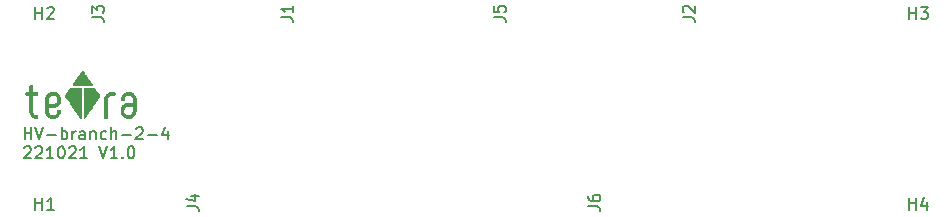
<source format=gbr>
%TF.GenerationSoftware,KiCad,Pcbnew,6.0.1-79c1e3a40b~116~ubuntu20.04.1*%
%TF.CreationDate,2022-10-21T13:42:49+09:00*%
%TF.ProjectId,HV-terminal-branch-board-2-4,48562d74-6572-46d6-996e-616c2d627261,1.0*%
%TF.SameCoordinates,Original*%
%TF.FileFunction,Legend,Top*%
%TF.FilePolarity,Positive*%
%FSLAX46Y46*%
G04 Gerber Fmt 4.6, Leading zero omitted, Abs format (unit mm)*
G04 Created by KiCad (PCBNEW 6.0.1-79c1e3a40b~116~ubuntu20.04.1) date 2022-10-21 13:42:49*
%MOMM*%
%LPD*%
G01*
G04 APERTURE LIST*
%ADD10C,0.150000*%
%ADD11C,0.010000*%
G04 APERTURE END LIST*
D10*
X81335595Y-77647380D02*
X81335595Y-76647380D01*
X81335595Y-77123571D02*
X81907023Y-77123571D01*
X81907023Y-77647380D02*
X81907023Y-76647380D01*
X82240357Y-76647380D02*
X82573690Y-77647380D01*
X82907023Y-76647380D01*
X83240357Y-77266428D02*
X84002261Y-77266428D01*
X84478452Y-77647380D02*
X84478452Y-76647380D01*
X84478452Y-77028333D02*
X84573690Y-76980714D01*
X84764166Y-76980714D01*
X84859404Y-77028333D01*
X84907023Y-77075952D01*
X84954642Y-77171190D01*
X84954642Y-77456904D01*
X84907023Y-77552142D01*
X84859404Y-77599761D01*
X84764166Y-77647380D01*
X84573690Y-77647380D01*
X84478452Y-77599761D01*
X85383214Y-77647380D02*
X85383214Y-76980714D01*
X85383214Y-77171190D02*
X85430833Y-77075952D01*
X85478452Y-77028333D01*
X85573690Y-76980714D01*
X85668928Y-76980714D01*
X86430833Y-77647380D02*
X86430833Y-77123571D01*
X86383214Y-77028333D01*
X86287976Y-76980714D01*
X86097500Y-76980714D01*
X86002261Y-77028333D01*
X86430833Y-77599761D02*
X86335595Y-77647380D01*
X86097500Y-77647380D01*
X86002261Y-77599761D01*
X85954642Y-77504523D01*
X85954642Y-77409285D01*
X86002261Y-77314047D01*
X86097500Y-77266428D01*
X86335595Y-77266428D01*
X86430833Y-77218809D01*
X86907023Y-76980714D02*
X86907023Y-77647380D01*
X86907023Y-77075952D02*
X86954642Y-77028333D01*
X87049880Y-76980714D01*
X87192738Y-76980714D01*
X87287976Y-77028333D01*
X87335595Y-77123571D01*
X87335595Y-77647380D01*
X88240357Y-77599761D02*
X88145119Y-77647380D01*
X87954642Y-77647380D01*
X87859404Y-77599761D01*
X87811785Y-77552142D01*
X87764166Y-77456904D01*
X87764166Y-77171190D01*
X87811785Y-77075952D01*
X87859404Y-77028333D01*
X87954642Y-76980714D01*
X88145119Y-76980714D01*
X88240357Y-77028333D01*
X88668928Y-77647380D02*
X88668928Y-76647380D01*
X89097500Y-77647380D02*
X89097500Y-77123571D01*
X89049880Y-77028333D01*
X88954642Y-76980714D01*
X88811785Y-76980714D01*
X88716547Y-77028333D01*
X88668928Y-77075952D01*
X89573690Y-77266428D02*
X90335595Y-77266428D01*
X90764166Y-76742619D02*
X90811785Y-76695000D01*
X90907023Y-76647380D01*
X91145119Y-76647380D01*
X91240357Y-76695000D01*
X91287976Y-76742619D01*
X91335595Y-76837857D01*
X91335595Y-76933095D01*
X91287976Y-77075952D01*
X90716547Y-77647380D01*
X91335595Y-77647380D01*
X91764166Y-77266428D02*
X92526071Y-77266428D01*
X93430833Y-76980714D02*
X93430833Y-77647380D01*
X93192738Y-76599761D02*
X92954642Y-77314047D01*
X93573690Y-77314047D01*
X81287976Y-78352619D02*
X81335595Y-78305000D01*
X81430833Y-78257380D01*
X81668928Y-78257380D01*
X81764166Y-78305000D01*
X81811785Y-78352619D01*
X81859404Y-78447857D01*
X81859404Y-78543095D01*
X81811785Y-78685952D01*
X81240357Y-79257380D01*
X81859404Y-79257380D01*
X82240357Y-78352619D02*
X82287976Y-78305000D01*
X82383214Y-78257380D01*
X82621309Y-78257380D01*
X82716547Y-78305000D01*
X82764166Y-78352619D01*
X82811785Y-78447857D01*
X82811785Y-78543095D01*
X82764166Y-78685952D01*
X82192738Y-79257380D01*
X82811785Y-79257380D01*
X83764166Y-79257380D02*
X83192738Y-79257380D01*
X83478452Y-79257380D02*
X83478452Y-78257380D01*
X83383214Y-78400238D01*
X83287976Y-78495476D01*
X83192738Y-78543095D01*
X84383214Y-78257380D02*
X84478452Y-78257380D01*
X84573690Y-78305000D01*
X84621309Y-78352619D01*
X84668928Y-78447857D01*
X84716547Y-78638333D01*
X84716547Y-78876428D01*
X84668928Y-79066904D01*
X84621309Y-79162142D01*
X84573690Y-79209761D01*
X84478452Y-79257380D01*
X84383214Y-79257380D01*
X84287976Y-79209761D01*
X84240357Y-79162142D01*
X84192738Y-79066904D01*
X84145119Y-78876428D01*
X84145119Y-78638333D01*
X84192738Y-78447857D01*
X84240357Y-78352619D01*
X84287976Y-78305000D01*
X84383214Y-78257380D01*
X85097500Y-78352619D02*
X85145119Y-78305000D01*
X85240357Y-78257380D01*
X85478452Y-78257380D01*
X85573690Y-78305000D01*
X85621309Y-78352619D01*
X85668928Y-78447857D01*
X85668928Y-78543095D01*
X85621309Y-78685952D01*
X85049880Y-79257380D01*
X85668928Y-79257380D01*
X86621309Y-79257380D02*
X86049880Y-79257380D01*
X86335595Y-79257380D02*
X86335595Y-78257380D01*
X86240357Y-78400238D01*
X86145119Y-78495476D01*
X86049880Y-78543095D01*
X87668928Y-78257380D02*
X88002261Y-79257380D01*
X88335595Y-78257380D01*
X89192738Y-79257380D02*
X88621309Y-79257380D01*
X88907023Y-79257380D02*
X88907023Y-78257380D01*
X88811785Y-78400238D01*
X88716547Y-78495476D01*
X88621309Y-78543095D01*
X89621309Y-79162142D02*
X89668928Y-79209761D01*
X89621309Y-79257380D01*
X89573690Y-79209761D01*
X89621309Y-79162142D01*
X89621309Y-79257380D01*
X90287976Y-78257380D02*
X90383214Y-78257380D01*
X90478452Y-78305000D01*
X90526071Y-78352619D01*
X90573690Y-78447857D01*
X90621309Y-78638333D01*
X90621309Y-78876428D01*
X90573690Y-79066904D01*
X90526071Y-79162142D01*
X90478452Y-79209761D01*
X90383214Y-79257380D01*
X90287976Y-79257380D01*
X90192738Y-79209761D01*
X90145119Y-79162142D01*
X90097500Y-79066904D01*
X90049880Y-78876428D01*
X90049880Y-78638333D01*
X90097500Y-78447857D01*
X90145119Y-78352619D01*
X90192738Y-78305000D01*
X90287976Y-78257380D01*
%TO.C,J6*%
X129052380Y-83333333D02*
X129766666Y-83333333D01*
X129909523Y-83380952D01*
X130004761Y-83476190D01*
X130052380Y-83619047D01*
X130052380Y-83714285D01*
X129052380Y-82428571D02*
X129052380Y-82619047D01*
X129100000Y-82714285D01*
X129147619Y-82761904D01*
X129290476Y-82857142D01*
X129480952Y-82904761D01*
X129861904Y-82904761D01*
X129957142Y-82857142D01*
X130004761Y-82809523D01*
X130052380Y-82714285D01*
X130052380Y-82523809D01*
X130004761Y-82428571D01*
X129957142Y-82380952D01*
X129861904Y-82333333D01*
X129623809Y-82333333D01*
X129528571Y-82380952D01*
X129480952Y-82428571D01*
X129433333Y-82523809D01*
X129433333Y-82714285D01*
X129480952Y-82809523D01*
X129528571Y-82857142D01*
X129623809Y-82904761D01*
%TO.C,H4*%
X156238095Y-83602380D02*
X156238095Y-82602380D01*
X156238095Y-83078571D02*
X156809523Y-83078571D01*
X156809523Y-83602380D02*
X156809523Y-82602380D01*
X157714285Y-82935714D02*
X157714285Y-83602380D01*
X157476190Y-82554761D02*
X157238095Y-83269047D01*
X157857142Y-83269047D01*
%TO.C,H1*%
X82238095Y-83602380D02*
X82238095Y-82602380D01*
X82238095Y-83078571D02*
X82809523Y-83078571D01*
X82809523Y-83602380D02*
X82809523Y-82602380D01*
X83809523Y-83602380D02*
X83238095Y-83602380D01*
X83523809Y-83602380D02*
X83523809Y-82602380D01*
X83428571Y-82745238D01*
X83333333Y-82840476D01*
X83238095Y-82888095D01*
%TO.C,J3*%
X87052380Y-67333333D02*
X87766666Y-67333333D01*
X87909523Y-67380952D01*
X88004761Y-67476190D01*
X88052380Y-67619047D01*
X88052380Y-67714285D01*
X87052380Y-66952380D02*
X87052380Y-66333333D01*
X87433333Y-66666666D01*
X87433333Y-66523809D01*
X87480952Y-66428571D01*
X87528571Y-66380952D01*
X87623809Y-66333333D01*
X87861904Y-66333333D01*
X87957142Y-66380952D01*
X88004761Y-66428571D01*
X88052380Y-66523809D01*
X88052380Y-66809523D01*
X88004761Y-66904761D01*
X87957142Y-66952380D01*
%TO.C,H2*%
X82238095Y-67452380D02*
X82238095Y-66452380D01*
X82238095Y-66928571D02*
X82809523Y-66928571D01*
X82809523Y-67452380D02*
X82809523Y-66452380D01*
X83238095Y-66547619D02*
X83285714Y-66500000D01*
X83380952Y-66452380D01*
X83619047Y-66452380D01*
X83714285Y-66500000D01*
X83761904Y-66547619D01*
X83809523Y-66642857D01*
X83809523Y-66738095D01*
X83761904Y-66880952D01*
X83190476Y-67452380D01*
X83809523Y-67452380D01*
%TO.C,J1*%
X103052380Y-67333333D02*
X103766666Y-67333333D01*
X103909523Y-67380952D01*
X104004761Y-67476190D01*
X104052380Y-67619047D01*
X104052380Y-67714285D01*
X104052380Y-66333333D02*
X104052380Y-66904761D01*
X104052380Y-66619047D02*
X103052380Y-66619047D01*
X103195238Y-66714285D01*
X103290476Y-66809523D01*
X103338095Y-66904761D01*
%TO.C,J2*%
X137052380Y-67333333D02*
X137766666Y-67333333D01*
X137909523Y-67380952D01*
X138004761Y-67476190D01*
X138052380Y-67619047D01*
X138052380Y-67714285D01*
X137147619Y-66904761D02*
X137100000Y-66857142D01*
X137052380Y-66761904D01*
X137052380Y-66523809D01*
X137100000Y-66428571D01*
X137147619Y-66380952D01*
X137242857Y-66333333D01*
X137338095Y-66333333D01*
X137480952Y-66380952D01*
X138052380Y-66952380D01*
X138052380Y-66333333D01*
%TO.C,J4*%
X95052380Y-83333333D02*
X95766666Y-83333333D01*
X95909523Y-83380952D01*
X96004761Y-83476190D01*
X96052380Y-83619047D01*
X96052380Y-83714285D01*
X95385714Y-82428571D02*
X96052380Y-82428571D01*
X95004761Y-82666666D02*
X95719047Y-82904761D01*
X95719047Y-82285714D01*
%TO.C,H3*%
X156238095Y-67452380D02*
X156238095Y-66452380D01*
X156238095Y-66928571D02*
X156809523Y-66928571D01*
X156809523Y-67452380D02*
X156809523Y-66452380D01*
X157190476Y-66452380D02*
X157809523Y-66452380D01*
X157476190Y-66833333D01*
X157619047Y-66833333D01*
X157714285Y-66880952D01*
X157761904Y-66928571D01*
X157809523Y-67023809D01*
X157809523Y-67261904D01*
X157761904Y-67357142D01*
X157714285Y-67404761D01*
X157619047Y-67452380D01*
X157333333Y-67452380D01*
X157238095Y-67404761D01*
X157190476Y-67357142D01*
%TO.C,J5*%
X121052380Y-67333333D02*
X121766666Y-67333333D01*
X121909523Y-67380952D01*
X122004761Y-67476190D01*
X122052380Y-67619047D01*
X122052380Y-67714285D01*
X121052380Y-66380952D02*
X121052380Y-66857142D01*
X121528571Y-66904761D01*
X121480952Y-66857142D01*
X121433333Y-66761904D01*
X121433333Y-66523809D01*
X121480952Y-66428571D01*
X121528571Y-66380952D01*
X121623809Y-66333333D01*
X121861904Y-66333333D01*
X121957142Y-66380952D01*
X122004761Y-66428571D01*
X122052380Y-66523809D01*
X122052380Y-66761904D01*
X122004761Y-66857142D01*
X121957142Y-66904761D01*
D11*
%TO.C,L1*%
X86222252Y-71879274D02*
X86242807Y-71888390D01*
X86242807Y-71888390D02*
X86249856Y-71896827D01*
X86249856Y-71896827D02*
X86265607Y-71917918D01*
X86265607Y-71917918D02*
X86289159Y-71950368D01*
X86289159Y-71950368D02*
X86319611Y-71992886D01*
X86319611Y-71992886D02*
X86356061Y-72044177D01*
X86356061Y-72044177D02*
X86397609Y-72102949D01*
X86397609Y-72102949D02*
X86443353Y-72167908D01*
X86443353Y-72167908D02*
X86492393Y-72237760D01*
X86492393Y-72237760D02*
X86543827Y-72311213D01*
X86543827Y-72311213D02*
X86596753Y-72386973D01*
X86596753Y-72386973D02*
X86650272Y-72463747D01*
X86650272Y-72463747D02*
X86703481Y-72540242D01*
X86703481Y-72540242D02*
X86755479Y-72615164D01*
X86755479Y-72615164D02*
X86805366Y-72687219D01*
X86805366Y-72687219D02*
X86852240Y-72755116D01*
X86852240Y-72755116D02*
X86895200Y-72817559D01*
X86895200Y-72817559D02*
X86933345Y-72873257D01*
X86933345Y-72873257D02*
X86965773Y-72920916D01*
X86965773Y-72920916D02*
X86991585Y-72959242D01*
X86991585Y-72959242D02*
X87009877Y-72986942D01*
X87009877Y-72986942D02*
X87019750Y-73002723D01*
X87019750Y-73002723D02*
X87021149Y-73005432D01*
X87021149Y-73005432D02*
X87020872Y-73007658D01*
X87020872Y-73007658D02*
X87017586Y-73009624D01*
X87017586Y-73009624D02*
X87010326Y-73011346D01*
X87010326Y-73011346D02*
X86998124Y-73012842D01*
X86998124Y-73012842D02*
X86980015Y-73014126D01*
X86980015Y-73014126D02*
X86955032Y-73015214D01*
X86955032Y-73015214D02*
X86922209Y-73016121D01*
X86922209Y-73016121D02*
X86880579Y-73016865D01*
X86880579Y-73016865D02*
X86829176Y-73017460D01*
X86829176Y-73017460D02*
X86767035Y-73017923D01*
X86767035Y-73017923D02*
X86693188Y-73018268D01*
X86693188Y-73018268D02*
X86606670Y-73018512D01*
X86606670Y-73018512D02*
X86506513Y-73018672D01*
X86506513Y-73018672D02*
X86391753Y-73018761D01*
X86391753Y-73018761D02*
X86261422Y-73018797D01*
X86261422Y-73018797D02*
X86203200Y-73018800D01*
X86203200Y-73018800D02*
X86066404Y-73018784D01*
X86066404Y-73018784D02*
X85945571Y-73018724D01*
X85945571Y-73018724D02*
X85839728Y-73018604D01*
X85839728Y-73018604D02*
X85747903Y-73018408D01*
X85747903Y-73018408D02*
X85669126Y-73018119D01*
X85669126Y-73018119D02*
X85602424Y-73017722D01*
X85602424Y-73017722D02*
X85546827Y-73017199D01*
X85546827Y-73017199D02*
X85501362Y-73016534D01*
X85501362Y-73016534D02*
X85465058Y-73015711D01*
X85465058Y-73015711D02*
X85436944Y-73014714D01*
X85436944Y-73014714D02*
X85416048Y-73013525D01*
X85416048Y-73013525D02*
X85401399Y-73012130D01*
X85401399Y-73012130D02*
X85392025Y-73010510D01*
X85392025Y-73010510D02*
X85386954Y-73008651D01*
X85386954Y-73008651D02*
X85385215Y-73006535D01*
X85385215Y-73006535D02*
X85385411Y-73005015D01*
X85385411Y-73005015D02*
X85391665Y-72994201D01*
X85391665Y-72994201D02*
X85406623Y-72970983D01*
X85406623Y-72970983D02*
X85429394Y-72936649D01*
X85429394Y-72936649D02*
X85459086Y-72892486D01*
X85459086Y-72892486D02*
X85494807Y-72839783D01*
X85494807Y-72839783D02*
X85535667Y-72779828D01*
X85535667Y-72779828D02*
X85580774Y-72713909D01*
X85580774Y-72713909D02*
X85629235Y-72643316D01*
X85629235Y-72643316D02*
X85680161Y-72569335D01*
X85680161Y-72569335D02*
X85732659Y-72493255D01*
X85732659Y-72493255D02*
X85785838Y-72416365D01*
X85785838Y-72416365D02*
X85838807Y-72339953D01*
X85838807Y-72339953D02*
X85890673Y-72265307D01*
X85890673Y-72265307D02*
X85940546Y-72193715D01*
X85940546Y-72193715D02*
X85987534Y-72126465D01*
X85987534Y-72126465D02*
X86030745Y-72064846D01*
X86030745Y-72064846D02*
X86069289Y-72010146D01*
X86069289Y-72010146D02*
X86102273Y-71963654D01*
X86102273Y-71963654D02*
X86128806Y-71926657D01*
X86128806Y-71926657D02*
X86147997Y-71900444D01*
X86147997Y-71900444D02*
X86158954Y-71886302D01*
X86158954Y-71886302D02*
X86161029Y-71884179D01*
X86161029Y-71884179D02*
X86190270Y-71876411D01*
X86190270Y-71876411D02*
X86222252Y-71879274D01*
X86222252Y-71879274D02*
X86222252Y-71879274D01*
G36*
X86222252Y-71879274D02*
G01*
X86242807Y-71888390D01*
X86249856Y-71896827D01*
X86265607Y-71917918D01*
X86289159Y-71950368D01*
X86319611Y-71992886D01*
X86356061Y-72044177D01*
X86397609Y-72102949D01*
X86443353Y-72167908D01*
X86492393Y-72237760D01*
X86543827Y-72311213D01*
X86596753Y-72386973D01*
X86650272Y-72463747D01*
X86703481Y-72540242D01*
X86755479Y-72615164D01*
X86805366Y-72687219D01*
X86852240Y-72755116D01*
X86895200Y-72817559D01*
X86933345Y-72873257D01*
X86965773Y-72920916D01*
X86991585Y-72959242D01*
X87009877Y-72986942D01*
X87019750Y-73002723D01*
X87021149Y-73005432D01*
X87020872Y-73007658D01*
X87017586Y-73009624D01*
X87010326Y-73011346D01*
X86998124Y-73012842D01*
X86980015Y-73014126D01*
X86955032Y-73015214D01*
X86922209Y-73016121D01*
X86880579Y-73016865D01*
X86829176Y-73017460D01*
X86767035Y-73017923D01*
X86693188Y-73018268D01*
X86606670Y-73018512D01*
X86506513Y-73018672D01*
X86391753Y-73018761D01*
X86261422Y-73018797D01*
X86203200Y-73018800D01*
X86066404Y-73018784D01*
X85945571Y-73018724D01*
X85839728Y-73018604D01*
X85747903Y-73018408D01*
X85669126Y-73018119D01*
X85602424Y-73017722D01*
X85546827Y-73017199D01*
X85501362Y-73016534D01*
X85465058Y-73015711D01*
X85436944Y-73014714D01*
X85416048Y-73013525D01*
X85401399Y-73012130D01*
X85392025Y-73010510D01*
X85386954Y-73008651D01*
X85385215Y-73006535D01*
X85385411Y-73005015D01*
X85391665Y-72994201D01*
X85406623Y-72970983D01*
X85429394Y-72936649D01*
X85459086Y-72892486D01*
X85494807Y-72839783D01*
X85535667Y-72779828D01*
X85580774Y-72713909D01*
X85629235Y-72643316D01*
X85680161Y-72569335D01*
X85732659Y-72493255D01*
X85785838Y-72416365D01*
X85838807Y-72339953D01*
X85890673Y-72265307D01*
X85940546Y-72193715D01*
X85987534Y-72126465D01*
X86030745Y-72064846D01*
X86069289Y-72010146D01*
X86102273Y-71963654D01*
X86128806Y-71926657D01*
X86147997Y-71900444D01*
X86158954Y-71886302D01*
X86161029Y-71884179D01*
X86190270Y-71876411D01*
X86222252Y-71879274D01*
G37*
X86222252Y-71879274D02*
X86242807Y-71888390D01*
X86249856Y-71896827D01*
X86265607Y-71917918D01*
X86289159Y-71950368D01*
X86319611Y-71992886D01*
X86356061Y-72044177D01*
X86397609Y-72102949D01*
X86443353Y-72167908D01*
X86492393Y-72237760D01*
X86543827Y-72311213D01*
X86596753Y-72386973D01*
X86650272Y-72463747D01*
X86703481Y-72540242D01*
X86755479Y-72615164D01*
X86805366Y-72687219D01*
X86852240Y-72755116D01*
X86895200Y-72817559D01*
X86933345Y-72873257D01*
X86965773Y-72920916D01*
X86991585Y-72959242D01*
X87009877Y-72986942D01*
X87019750Y-73002723D01*
X87021149Y-73005432D01*
X87020872Y-73007658D01*
X87017586Y-73009624D01*
X87010326Y-73011346D01*
X86998124Y-73012842D01*
X86980015Y-73014126D01*
X86955032Y-73015214D01*
X86922209Y-73016121D01*
X86880579Y-73016865D01*
X86829176Y-73017460D01*
X86767035Y-73017923D01*
X86693188Y-73018268D01*
X86606670Y-73018512D01*
X86506513Y-73018672D01*
X86391753Y-73018761D01*
X86261422Y-73018797D01*
X86203200Y-73018800D01*
X86066404Y-73018784D01*
X85945571Y-73018724D01*
X85839728Y-73018604D01*
X85747903Y-73018408D01*
X85669126Y-73018119D01*
X85602424Y-73017722D01*
X85546827Y-73017199D01*
X85501362Y-73016534D01*
X85465058Y-73015711D01*
X85436944Y-73014714D01*
X85416048Y-73013525D01*
X85401399Y-73012130D01*
X85392025Y-73010510D01*
X85386954Y-73008651D01*
X85385215Y-73006535D01*
X85385411Y-73005015D01*
X85391665Y-72994201D01*
X85406623Y-72970983D01*
X85429394Y-72936649D01*
X85459086Y-72892486D01*
X85494807Y-72839783D01*
X85535667Y-72779828D01*
X85580774Y-72713909D01*
X85629235Y-72643316D01*
X85680161Y-72569335D01*
X85732659Y-72493255D01*
X85785838Y-72416365D01*
X85838807Y-72339953D01*
X85890673Y-72265307D01*
X85940546Y-72193715D01*
X85987534Y-72126465D01*
X86030745Y-72064846D01*
X86069289Y-72010146D01*
X86102273Y-71963654D01*
X86128806Y-71926657D01*
X86147997Y-71900444D01*
X86158954Y-71886302D01*
X86161029Y-71884179D01*
X86190270Y-71876411D01*
X86222252Y-71879274D01*
X88870026Y-73645784D02*
X88902200Y-73648799D01*
X88902200Y-73648799D02*
X88923780Y-73656235D01*
X88923780Y-73656235D02*
X88936878Y-73669501D01*
X88936878Y-73669501D02*
X88943607Y-73690007D01*
X88943607Y-73690007D02*
X88946078Y-73719162D01*
X88946078Y-73719162D02*
X88946406Y-73758375D01*
X88946406Y-73758375D02*
X88946400Y-73768100D01*
X88946400Y-73768100D02*
X88946227Y-73809974D01*
X88946227Y-73809974D02*
X88944245Y-73841052D01*
X88944245Y-73841052D02*
X88938259Y-73862941D01*
X88938259Y-73862941D02*
X88926073Y-73877251D01*
X88926073Y-73877251D02*
X88905491Y-73885590D01*
X88905491Y-73885590D02*
X88874319Y-73889567D01*
X88874319Y-73889567D02*
X88830360Y-73890790D01*
X88830360Y-73890790D02*
X88778845Y-73890866D01*
X88778845Y-73890866D02*
X88708949Y-73891901D01*
X88708949Y-73891901D02*
X88652433Y-73895412D01*
X88652433Y-73895412D02*
X88605848Y-73902013D01*
X88605848Y-73902013D02*
X88565744Y-73912316D01*
X88565744Y-73912316D02*
X88528671Y-73926933D01*
X88528671Y-73926933D02*
X88503103Y-73939828D01*
X88503103Y-73939828D02*
X88441985Y-73982394D01*
X88441985Y-73982394D02*
X88390238Y-74037776D01*
X88390238Y-74037776D02*
X88349447Y-74103753D01*
X88349447Y-74103753D02*
X88321200Y-74178101D01*
X88321200Y-74178101D02*
X88315111Y-74203100D01*
X88315111Y-74203100D02*
X88313001Y-74215733D01*
X88313001Y-74215733D02*
X88311142Y-74233162D01*
X88311142Y-74233162D02*
X88309520Y-74256400D01*
X88309520Y-74256400D02*
X88308121Y-74286459D01*
X88308121Y-74286459D02*
X88306928Y-74324354D01*
X88306928Y-74324354D02*
X88305928Y-74371098D01*
X88305928Y-74371098D02*
X88305106Y-74427704D01*
X88305106Y-74427704D02*
X88304447Y-74495185D01*
X88304447Y-74495185D02*
X88303936Y-74574554D01*
X88303936Y-74574554D02*
X88303559Y-74666825D01*
X88303559Y-74666825D02*
X88303300Y-74773011D01*
X88303300Y-74773011D02*
X88303145Y-74894126D01*
X88303145Y-74894126D02*
X88303080Y-75028073D01*
X88303080Y-75028073D02*
X88302953Y-75182401D01*
X88302953Y-75182401D02*
X88302634Y-75319817D01*
X88302634Y-75319817D02*
X88302123Y-75440342D01*
X88302123Y-75440342D02*
X88301420Y-75543997D01*
X88301420Y-75543997D02*
X88300524Y-75630803D01*
X88300524Y-75630803D02*
X88299435Y-75700780D01*
X88299435Y-75700780D02*
X88298153Y-75753948D01*
X88298153Y-75753948D02*
X88296678Y-75790330D01*
X88296678Y-75790330D02*
X88295009Y-75809944D01*
X88295009Y-75809944D02*
X88294169Y-75813356D01*
X88294169Y-75813356D02*
X88288904Y-75820371D01*
X88288904Y-75820371D02*
X88279982Y-75825052D01*
X88279982Y-75825052D02*
X88264329Y-75827862D01*
X88264329Y-75827862D02*
X88238872Y-75829262D01*
X88238872Y-75829262D02*
X88200537Y-75829713D01*
X88200537Y-75829713D02*
X88185139Y-75829733D01*
X88185139Y-75829733D02*
X88138358Y-75829170D01*
X88138358Y-75829170D02*
X88106113Y-75827311D01*
X88106113Y-75827311D02*
X88086039Y-75823904D01*
X88086039Y-75823904D02*
X88075771Y-75818698D01*
X88075771Y-75818698D02*
X88075126Y-75817988D01*
X88075126Y-75817988D02*
X88073401Y-75811267D01*
X88073401Y-75811267D02*
X88071901Y-75795078D01*
X88071901Y-75795078D02*
X88070621Y-75768731D01*
X88070621Y-75768731D02*
X88069555Y-75731533D01*
X88069555Y-75731533D02*
X88068696Y-75682796D01*
X88068696Y-75682796D02*
X88068039Y-75621829D01*
X88068039Y-75621829D02*
X88067577Y-75547940D01*
X88067577Y-75547940D02*
X88067305Y-75460439D01*
X88067305Y-75460439D02*
X88067217Y-75358635D01*
X88067217Y-75358635D02*
X88067305Y-75241838D01*
X88067305Y-75241838D02*
X88067565Y-75109358D01*
X88067565Y-75109358D02*
X88067896Y-74990371D01*
X88067896Y-74990371D02*
X88070415Y-74174500D01*
X88070415Y-74174500D02*
X88089859Y-74111232D01*
X88089859Y-74111232D02*
X88128741Y-74010638D01*
X88128741Y-74010638D02*
X88179968Y-73921113D01*
X88179968Y-73921113D02*
X88243096Y-73843189D01*
X88243096Y-73843189D02*
X88317683Y-73777399D01*
X88317683Y-73777399D02*
X88403286Y-73724275D01*
X88403286Y-73724275D02*
X88417233Y-73717344D01*
X88417233Y-73717344D02*
X88467220Y-73695004D01*
X88467220Y-73695004D02*
X88514929Y-73677959D01*
X88514929Y-73677959D02*
X88564125Y-73665452D01*
X88564125Y-73665452D02*
X88618577Y-73656726D01*
X88618577Y-73656726D02*
X88682050Y-73651024D01*
X88682050Y-73651024D02*
X88758310Y-73647589D01*
X88758310Y-73647589D02*
X88765442Y-73647379D01*
X88765442Y-73647379D02*
X88825144Y-73645780D01*
X88825144Y-73645780D02*
X88870026Y-73645784D01*
X88870026Y-73645784D02*
X88870026Y-73645784D01*
G36*
X88870026Y-73645784D02*
G01*
X88902200Y-73648799D01*
X88923780Y-73656235D01*
X88936878Y-73669501D01*
X88943607Y-73690007D01*
X88946078Y-73719162D01*
X88946406Y-73758375D01*
X88946400Y-73768100D01*
X88946227Y-73809974D01*
X88944245Y-73841052D01*
X88938259Y-73862941D01*
X88926073Y-73877251D01*
X88905491Y-73885590D01*
X88874319Y-73889567D01*
X88830360Y-73890790D01*
X88778845Y-73890866D01*
X88708949Y-73891901D01*
X88652433Y-73895412D01*
X88605848Y-73902013D01*
X88565744Y-73912316D01*
X88528671Y-73926933D01*
X88503103Y-73939828D01*
X88441985Y-73982394D01*
X88390238Y-74037776D01*
X88349447Y-74103753D01*
X88321200Y-74178101D01*
X88315111Y-74203100D01*
X88313001Y-74215733D01*
X88311142Y-74233162D01*
X88309520Y-74256400D01*
X88308121Y-74286459D01*
X88306928Y-74324354D01*
X88305928Y-74371098D01*
X88305106Y-74427704D01*
X88304447Y-74495185D01*
X88303936Y-74574554D01*
X88303559Y-74666825D01*
X88303300Y-74773011D01*
X88303145Y-74894126D01*
X88303080Y-75028073D01*
X88302953Y-75182401D01*
X88302634Y-75319817D01*
X88302123Y-75440342D01*
X88301420Y-75543997D01*
X88300524Y-75630803D01*
X88299435Y-75700780D01*
X88298153Y-75753948D01*
X88296678Y-75790330D01*
X88295009Y-75809944D01*
X88294169Y-75813356D01*
X88288904Y-75820371D01*
X88279982Y-75825052D01*
X88264329Y-75827862D01*
X88238872Y-75829262D01*
X88200537Y-75829713D01*
X88185139Y-75829733D01*
X88138358Y-75829170D01*
X88106113Y-75827311D01*
X88086039Y-75823904D01*
X88075771Y-75818698D01*
X88075126Y-75817988D01*
X88073401Y-75811267D01*
X88071901Y-75795078D01*
X88070621Y-75768731D01*
X88069555Y-75731533D01*
X88068696Y-75682796D01*
X88068039Y-75621829D01*
X88067577Y-75547940D01*
X88067305Y-75460439D01*
X88067217Y-75358635D01*
X88067305Y-75241838D01*
X88067565Y-75109358D01*
X88067896Y-74990371D01*
X88070415Y-74174500D01*
X88089859Y-74111232D01*
X88128741Y-74010638D01*
X88179968Y-73921113D01*
X88243096Y-73843189D01*
X88317683Y-73777399D01*
X88403286Y-73724275D01*
X88417233Y-73717344D01*
X88467220Y-73695004D01*
X88514929Y-73677959D01*
X88564125Y-73665452D01*
X88618577Y-73656726D01*
X88682050Y-73651024D01*
X88758310Y-73647589D01*
X88765442Y-73647379D01*
X88825144Y-73645780D01*
X88870026Y-73645784D01*
G37*
X88870026Y-73645784D02*
X88902200Y-73648799D01*
X88923780Y-73656235D01*
X88936878Y-73669501D01*
X88943607Y-73690007D01*
X88946078Y-73719162D01*
X88946406Y-73758375D01*
X88946400Y-73768100D01*
X88946227Y-73809974D01*
X88944245Y-73841052D01*
X88938259Y-73862941D01*
X88926073Y-73877251D01*
X88905491Y-73885590D01*
X88874319Y-73889567D01*
X88830360Y-73890790D01*
X88778845Y-73890866D01*
X88708949Y-73891901D01*
X88652433Y-73895412D01*
X88605848Y-73902013D01*
X88565744Y-73912316D01*
X88528671Y-73926933D01*
X88503103Y-73939828D01*
X88441985Y-73982394D01*
X88390238Y-74037776D01*
X88349447Y-74103753D01*
X88321200Y-74178101D01*
X88315111Y-74203100D01*
X88313001Y-74215733D01*
X88311142Y-74233162D01*
X88309520Y-74256400D01*
X88308121Y-74286459D01*
X88306928Y-74324354D01*
X88305928Y-74371098D01*
X88305106Y-74427704D01*
X88304447Y-74495185D01*
X88303936Y-74574554D01*
X88303559Y-74666825D01*
X88303300Y-74773011D01*
X88303145Y-74894126D01*
X88303080Y-75028073D01*
X88302953Y-75182401D01*
X88302634Y-75319817D01*
X88302123Y-75440342D01*
X88301420Y-75543997D01*
X88300524Y-75630803D01*
X88299435Y-75700780D01*
X88298153Y-75753948D01*
X88296678Y-75790330D01*
X88295009Y-75809944D01*
X88294169Y-75813356D01*
X88288904Y-75820371D01*
X88279982Y-75825052D01*
X88264329Y-75827862D01*
X88238872Y-75829262D01*
X88200537Y-75829713D01*
X88185139Y-75829733D01*
X88138358Y-75829170D01*
X88106113Y-75827311D01*
X88086039Y-75823904D01*
X88075771Y-75818698D01*
X88075126Y-75817988D01*
X88073401Y-75811267D01*
X88071901Y-75795078D01*
X88070621Y-75768731D01*
X88069555Y-75731533D01*
X88068696Y-75682796D01*
X88068039Y-75621829D01*
X88067577Y-75547940D01*
X88067305Y-75460439D01*
X88067217Y-75358635D01*
X88067305Y-75241838D01*
X88067565Y-75109358D01*
X88067896Y-74990371D01*
X88070415Y-74174500D01*
X88089859Y-74111232D01*
X88128741Y-74010638D01*
X88179968Y-73921113D01*
X88243096Y-73843189D01*
X88317683Y-73777399D01*
X88403286Y-73724275D01*
X88417233Y-73717344D01*
X88467220Y-73695004D01*
X88514929Y-73677959D01*
X88564125Y-73665452D01*
X88618577Y-73656726D01*
X88682050Y-73651024D01*
X88758310Y-73647589D01*
X88765442Y-73647379D01*
X88825144Y-73645780D01*
X88870026Y-73645784D01*
X87409899Y-73562126D02*
X87452895Y-73624332D01*
X87452895Y-73624332D02*
X87493309Y-73683051D01*
X87493309Y-73683051D02*
X87530016Y-73736632D01*
X87530016Y-73736632D02*
X87561894Y-73783424D01*
X87561894Y-73783424D02*
X87587820Y-73821777D01*
X87587820Y-73821777D02*
X87606669Y-73850041D01*
X87606669Y-73850041D02*
X87617320Y-73866565D01*
X87617320Y-73866565D02*
X87618779Y-73869043D01*
X87618779Y-73869043D02*
X87635476Y-73915475D01*
X87635476Y-73915475D02*
X87638507Y-73965549D01*
X87638507Y-73965549D02*
X87632318Y-73998374D01*
X87632318Y-73998374D02*
X87626532Y-74008826D01*
X87626532Y-74008826D02*
X87611926Y-74032054D01*
X87611926Y-74032054D02*
X87589176Y-74067066D01*
X87589176Y-74067066D02*
X87558960Y-74112871D01*
X87558960Y-74112871D02*
X87521955Y-74168478D01*
X87521955Y-74168478D02*
X87478836Y-74232894D01*
X87478836Y-74232894D02*
X87430282Y-74305128D01*
X87430282Y-74305128D02*
X87376968Y-74384189D01*
X87376968Y-74384189D02*
X87319572Y-74469085D01*
X87319572Y-74469085D02*
X87258770Y-74558824D01*
X87258770Y-74558824D02*
X87195239Y-74652415D01*
X87195239Y-74652415D02*
X87129656Y-74748866D01*
X87129656Y-74748866D02*
X87062698Y-74847186D01*
X87062698Y-74847186D02*
X86995042Y-74946383D01*
X86995042Y-74946383D02*
X86927364Y-75045465D01*
X86927364Y-75045465D02*
X86860342Y-75143442D01*
X86860342Y-75143442D02*
X86794651Y-75239320D01*
X86794651Y-75239320D02*
X86730970Y-75332110D01*
X86730970Y-75332110D02*
X86669974Y-75420818D01*
X86669974Y-75420818D02*
X86612340Y-75504455D01*
X86612340Y-75504455D02*
X86558746Y-75582027D01*
X86558746Y-75582027D02*
X86509868Y-75652544D01*
X86509868Y-75652544D02*
X86466383Y-75715013D01*
X86466383Y-75715013D02*
X86428968Y-75768444D01*
X86428968Y-75768444D02*
X86398299Y-75811845D01*
X86398299Y-75811845D02*
X86375053Y-75844223D01*
X86375053Y-75844223D02*
X86359908Y-75864589D01*
X86359908Y-75864589D02*
X86353540Y-75871949D01*
X86353540Y-75871949D02*
X86353483Y-75871959D01*
X86353483Y-75871959D02*
X86352754Y-75863660D01*
X86352754Y-75863660D02*
X86352049Y-75839356D01*
X86352049Y-75839356D02*
X86351372Y-75799977D01*
X86351372Y-75799977D02*
X86350728Y-75746451D01*
X86350728Y-75746451D02*
X86350122Y-75679709D01*
X86350122Y-75679709D02*
X86349558Y-75600677D01*
X86349558Y-75600677D02*
X86349041Y-75510287D01*
X86349041Y-75510287D02*
X86348576Y-75409466D01*
X86348576Y-75409466D02*
X86348168Y-75299143D01*
X86348168Y-75299143D02*
X86347820Y-75180248D01*
X86347820Y-75180248D02*
X86347538Y-75053709D01*
X86347538Y-75053709D02*
X86347327Y-74920456D01*
X86347327Y-74920456D02*
X86347191Y-74781417D01*
X86347191Y-74781417D02*
X86347134Y-74637522D01*
X86347134Y-74637522D02*
X86347133Y-74611797D01*
X86347133Y-74611797D02*
X86347177Y-74423287D01*
X86347177Y-74423287D02*
X86347309Y-74251293D01*
X86347309Y-74251293D02*
X86347534Y-74095399D01*
X86347534Y-74095399D02*
X86347854Y-73955187D01*
X86347854Y-73955187D02*
X86348272Y-73830242D01*
X86348272Y-73830242D02*
X86348792Y-73720145D01*
X86348792Y-73720145D02*
X86349415Y-73624481D01*
X86349415Y-73624481D02*
X86350146Y-73542832D01*
X86350146Y-73542832D02*
X86350988Y-73474781D01*
X86350988Y-73474781D02*
X86351942Y-73419913D01*
X86351942Y-73419913D02*
X86353014Y-73377809D01*
X86353014Y-73377809D02*
X86354204Y-73348053D01*
X86354204Y-73348053D02*
X86355517Y-73330229D01*
X86355517Y-73330229D02*
X86356490Y-73324685D01*
X86356490Y-73324685D02*
X86367488Y-73303519D01*
X86367488Y-73303519D02*
X86381030Y-73289721D01*
X86381030Y-73289721D02*
X86381334Y-73289554D01*
X86381334Y-73289554D02*
X86393472Y-73287604D01*
X86393472Y-73287604D02*
X86421529Y-73285878D01*
X86421529Y-73285878D02*
X86464493Y-73284395D01*
X86464493Y-73284395D02*
X86521349Y-73283176D01*
X86521349Y-73283176D02*
X86591086Y-73282240D01*
X86591086Y-73282240D02*
X86672689Y-73281606D01*
X86672689Y-73281606D02*
X86765147Y-73281296D01*
X86765147Y-73281296D02*
X86806092Y-73281267D01*
X86806092Y-73281267D02*
X87215364Y-73281267D01*
X87215364Y-73281267D02*
X87409899Y-73562126D01*
X87409899Y-73562126D02*
X87409899Y-73562126D01*
G36*
X87409899Y-73562126D02*
G01*
X87452895Y-73624332D01*
X87493309Y-73683051D01*
X87530016Y-73736632D01*
X87561894Y-73783424D01*
X87587820Y-73821777D01*
X87606669Y-73850041D01*
X87617320Y-73866565D01*
X87618779Y-73869043D01*
X87635476Y-73915475D01*
X87638507Y-73965549D01*
X87632318Y-73998374D01*
X87626532Y-74008826D01*
X87611926Y-74032054D01*
X87589176Y-74067066D01*
X87558960Y-74112871D01*
X87521955Y-74168478D01*
X87478836Y-74232894D01*
X87430282Y-74305128D01*
X87376968Y-74384189D01*
X87319572Y-74469085D01*
X87258770Y-74558824D01*
X87195239Y-74652415D01*
X87129656Y-74748866D01*
X87062698Y-74847186D01*
X86995042Y-74946383D01*
X86927364Y-75045465D01*
X86860342Y-75143442D01*
X86794651Y-75239320D01*
X86730970Y-75332110D01*
X86669974Y-75420818D01*
X86612340Y-75504455D01*
X86558746Y-75582027D01*
X86509868Y-75652544D01*
X86466383Y-75715013D01*
X86428968Y-75768444D01*
X86398299Y-75811845D01*
X86375053Y-75844223D01*
X86359908Y-75864589D01*
X86353540Y-75871949D01*
X86353483Y-75871959D01*
X86352754Y-75863660D01*
X86352049Y-75839356D01*
X86351372Y-75799977D01*
X86350728Y-75746451D01*
X86350122Y-75679709D01*
X86349558Y-75600677D01*
X86349041Y-75510287D01*
X86348576Y-75409466D01*
X86348168Y-75299143D01*
X86347820Y-75180248D01*
X86347538Y-75053709D01*
X86347327Y-74920456D01*
X86347191Y-74781417D01*
X86347134Y-74637522D01*
X86347133Y-74611797D01*
X86347177Y-74423287D01*
X86347309Y-74251293D01*
X86347534Y-74095399D01*
X86347854Y-73955187D01*
X86348272Y-73830242D01*
X86348792Y-73720145D01*
X86349415Y-73624481D01*
X86350146Y-73542832D01*
X86350988Y-73474781D01*
X86351942Y-73419913D01*
X86353014Y-73377809D01*
X86354204Y-73348053D01*
X86355517Y-73330229D01*
X86356490Y-73324685D01*
X86367488Y-73303519D01*
X86381030Y-73289721D01*
X86381334Y-73289554D01*
X86393472Y-73287604D01*
X86421529Y-73285878D01*
X86464493Y-73284395D01*
X86521349Y-73283176D01*
X86591086Y-73282240D01*
X86672689Y-73281606D01*
X86765147Y-73281296D01*
X86806092Y-73281267D01*
X87215364Y-73281267D01*
X87409899Y-73562126D01*
G37*
X87409899Y-73562126D02*
X87452895Y-73624332D01*
X87493309Y-73683051D01*
X87530016Y-73736632D01*
X87561894Y-73783424D01*
X87587820Y-73821777D01*
X87606669Y-73850041D01*
X87617320Y-73866565D01*
X87618779Y-73869043D01*
X87635476Y-73915475D01*
X87638507Y-73965549D01*
X87632318Y-73998374D01*
X87626532Y-74008826D01*
X87611926Y-74032054D01*
X87589176Y-74067066D01*
X87558960Y-74112871D01*
X87521955Y-74168478D01*
X87478836Y-74232894D01*
X87430282Y-74305128D01*
X87376968Y-74384189D01*
X87319572Y-74469085D01*
X87258770Y-74558824D01*
X87195239Y-74652415D01*
X87129656Y-74748866D01*
X87062698Y-74847186D01*
X86995042Y-74946383D01*
X86927364Y-75045465D01*
X86860342Y-75143442D01*
X86794651Y-75239320D01*
X86730970Y-75332110D01*
X86669974Y-75420818D01*
X86612340Y-75504455D01*
X86558746Y-75582027D01*
X86509868Y-75652544D01*
X86466383Y-75715013D01*
X86428968Y-75768444D01*
X86398299Y-75811845D01*
X86375053Y-75844223D01*
X86359908Y-75864589D01*
X86353540Y-75871949D01*
X86353483Y-75871959D01*
X86352754Y-75863660D01*
X86352049Y-75839356D01*
X86351372Y-75799977D01*
X86350728Y-75746451D01*
X86350122Y-75679709D01*
X86349558Y-75600677D01*
X86349041Y-75510287D01*
X86348576Y-75409466D01*
X86348168Y-75299143D01*
X86347820Y-75180248D01*
X86347538Y-75053709D01*
X86347327Y-74920456D01*
X86347191Y-74781417D01*
X86347134Y-74637522D01*
X86347133Y-74611797D01*
X86347177Y-74423287D01*
X86347309Y-74251293D01*
X86347534Y-74095399D01*
X86347854Y-73955187D01*
X86348272Y-73830242D01*
X86348792Y-73720145D01*
X86349415Y-73624481D01*
X86350146Y-73542832D01*
X86350988Y-73474781D01*
X86351942Y-73419913D01*
X86353014Y-73377809D01*
X86354204Y-73348053D01*
X86355517Y-73330229D01*
X86356490Y-73324685D01*
X86367488Y-73303519D01*
X86381030Y-73289721D01*
X86381334Y-73289554D01*
X86393472Y-73287604D01*
X86421529Y-73285878D01*
X86464493Y-73284395D01*
X86521349Y-73283176D01*
X86591086Y-73282240D01*
X86672689Y-73281606D01*
X86765147Y-73281296D01*
X86806092Y-73281267D01*
X87215364Y-73281267D01*
X87409899Y-73562126D01*
X90097867Y-73624790D02*
X90149836Y-73625112D01*
X90149836Y-73625112D02*
X90188916Y-73626215D01*
X90188916Y-73626215D02*
X90219149Y-73628560D01*
X90219149Y-73628560D02*
X90244577Y-73632609D01*
X90244577Y-73632609D02*
X90269240Y-73638826D01*
X90269240Y-73638826D02*
X90296833Y-73647557D01*
X90296833Y-73647557D02*
X90391341Y-73687263D01*
X90391341Y-73687263D02*
X90474708Y-73739687D01*
X90474708Y-73739687D02*
X90546970Y-73804864D01*
X90546970Y-73804864D02*
X90608161Y-73882833D01*
X90608161Y-73882833D02*
X90658318Y-73973631D01*
X90658318Y-73973631D02*
X90696217Y-74073215D01*
X90696217Y-74073215D02*
X90719804Y-74149100D01*
X90719804Y-74149100D02*
X90722498Y-74706096D01*
X90722498Y-74706096D02*
X90723002Y-74820250D01*
X90723002Y-74820250D02*
X90723315Y-74918825D01*
X90723315Y-74918825D02*
X90723414Y-75003175D01*
X90723414Y-75003175D02*
X90723276Y-75074653D01*
X90723276Y-75074653D02*
X90722879Y-75134612D01*
X90722879Y-75134612D02*
X90722200Y-75184407D01*
X90722200Y-75184407D02*
X90721217Y-75225391D01*
X90721217Y-75225391D02*
X90719906Y-75258918D01*
X90719906Y-75258918D02*
X90718246Y-75286341D01*
X90718246Y-75286341D02*
X90716212Y-75309013D01*
X90716212Y-75309013D02*
X90713784Y-75328289D01*
X90713784Y-75328289D02*
X90711883Y-75340218D01*
X90711883Y-75340218D02*
X90686637Y-75441823D01*
X90686637Y-75441823D02*
X90647873Y-75535480D01*
X90647873Y-75535480D02*
X90596610Y-75619958D01*
X90596610Y-75619958D02*
X90533867Y-75694025D01*
X90533867Y-75694025D02*
X90460662Y-75756451D01*
X90460662Y-75756451D02*
X90378012Y-75806004D01*
X90378012Y-75806004D02*
X90301067Y-75837091D01*
X90301067Y-75837091D02*
X90198977Y-75861417D01*
X90198977Y-75861417D02*
X90093567Y-75870265D01*
X90093567Y-75870265D02*
X89988985Y-75863292D01*
X89988985Y-75863292D02*
X89987800Y-75863118D01*
X89987800Y-75863118D02*
X89889698Y-75840484D01*
X89889698Y-75840484D02*
X89797888Y-75803140D01*
X89797888Y-75803140D02*
X89714002Y-75752259D01*
X89714002Y-75752259D02*
X89639675Y-75689018D01*
X89639675Y-75689018D02*
X89576542Y-75614592D01*
X89576542Y-75614592D02*
X89527028Y-75531773D01*
X89527028Y-75531773D02*
X89499278Y-75470379D01*
X89499278Y-75470379D02*
X89479410Y-75413472D01*
X89479410Y-75413472D02*
X89465514Y-75354289D01*
X89465514Y-75354289D02*
X89455682Y-75286069D01*
X89455682Y-75286069D02*
X89454421Y-75274463D01*
X89454421Y-75274463D02*
X89452822Y-75235699D01*
X89452822Y-75235699D02*
X89686093Y-75235699D01*
X89686093Y-75235699D02*
X89686673Y-75242916D01*
X89686673Y-75242916D02*
X89701295Y-75330694D01*
X89701295Y-75330694D02*
X89728292Y-75409016D01*
X89728292Y-75409016D02*
X89766926Y-75476892D01*
X89766926Y-75476892D02*
X89816459Y-75533330D01*
X89816459Y-75533330D02*
X89876152Y-75577340D01*
X89876152Y-75577340D02*
X89945267Y-75607931D01*
X89945267Y-75607931D02*
X89962400Y-75612960D01*
X89962400Y-75612960D02*
X90015545Y-75622466D01*
X90015545Y-75622466D02*
X90076741Y-75625994D01*
X90076741Y-75625994D02*
X90139095Y-75623636D01*
X90139095Y-75623636D02*
X90195712Y-75615485D01*
X90195712Y-75615485D02*
X90218961Y-75609501D01*
X90218961Y-75609501D02*
X90255619Y-75595689D01*
X90255619Y-75595689D02*
X90292818Y-75577770D01*
X90292818Y-75577770D02*
X90315102Y-75564454D01*
X90315102Y-75564454D02*
X90356324Y-75529272D01*
X90356324Y-75529272D02*
X90396071Y-75482846D01*
X90396071Y-75482846D02*
X90430220Y-75430655D01*
X90430220Y-75430655D02*
X90454037Y-75379861D01*
X90454037Y-75379861D02*
X90459667Y-75363709D01*
X90459667Y-75363709D02*
X90464150Y-75348000D01*
X90464150Y-75348000D02*
X90467646Y-75330554D01*
X90467646Y-75330554D02*
X90470316Y-75309190D01*
X90470316Y-75309190D02*
X90472321Y-75281727D01*
X90472321Y-75281727D02*
X90473822Y-75245985D01*
X90473822Y-75245985D02*
X90474978Y-75199783D01*
X90474978Y-75199783D02*
X90475951Y-75140940D01*
X90475951Y-75140940D02*
X90476870Y-75069850D01*
X90476870Y-75069850D02*
X90479984Y-74813733D01*
X90479984Y-74813733D02*
X90248371Y-74813733D01*
X90248371Y-74813733D02*
X90169911Y-74813974D01*
X90169911Y-74813974D02*
X90106008Y-74814897D01*
X90106008Y-74814897D02*
X90054289Y-74816804D01*
X90054289Y-74816804D02*
X90012380Y-74819997D01*
X90012380Y-74819997D02*
X89977910Y-74824778D01*
X89977910Y-74824778D02*
X89948505Y-74831448D01*
X89948505Y-74831448D02*
X89921792Y-74840310D01*
X89921792Y-74840310D02*
X89895399Y-74851664D01*
X89895399Y-74851664D02*
X89876231Y-74861061D01*
X89876231Y-74861061D02*
X89818249Y-74899640D01*
X89818249Y-74899640D02*
X89769227Y-74950901D01*
X89769227Y-74950901D02*
X89730332Y-75012490D01*
X89730332Y-75012490D02*
X89702733Y-75082055D01*
X89702733Y-75082055D02*
X89687598Y-75157242D01*
X89687598Y-75157242D02*
X89686093Y-75235699D01*
X89686093Y-75235699D02*
X89452822Y-75235699D01*
X89452822Y-75235699D02*
X89450994Y-75191403D01*
X89450994Y-75191403D02*
X89456931Y-75105999D01*
X89456931Y-75105999D02*
X89471597Y-75026010D01*
X89471597Y-75026010D02*
X89476114Y-75009281D01*
X89476114Y-75009281D02*
X89507604Y-74927420D01*
X89507604Y-74927420D02*
X89552740Y-74848785D01*
X89552740Y-74848785D02*
X89608999Y-74776430D01*
X89608999Y-74776430D02*
X89673858Y-74713415D01*
X89673858Y-74713415D02*
X89744793Y-74662795D01*
X89744793Y-74662795D02*
X89776133Y-74645798D01*
X89776133Y-74645798D02*
X89815220Y-74627216D01*
X89815220Y-74627216D02*
X89850805Y-74612142D01*
X89850805Y-74612142D02*
X89885353Y-74600170D01*
X89885353Y-74600170D02*
X89921325Y-74590897D01*
X89921325Y-74590897D02*
X89961185Y-74583919D01*
X89961185Y-74583919D02*
X90007397Y-74578830D01*
X90007397Y-74578830D02*
X90062424Y-74575227D01*
X90062424Y-74575227D02*
X90128728Y-74572705D01*
X90128728Y-74572705D02*
X90208772Y-74570860D01*
X90208772Y-74570860D02*
X90235450Y-74570384D01*
X90235450Y-74570384D02*
X90487333Y-74566091D01*
X90487333Y-74566091D02*
X90487333Y-74407023D01*
X90487333Y-74407023D02*
X90486349Y-74325522D01*
X90486349Y-74325522D02*
X90483111Y-74257980D01*
X90483111Y-74257980D02*
X90477195Y-74201524D01*
X90477195Y-74201524D02*
X90468174Y-74153277D01*
X90468174Y-74153277D02*
X90455622Y-74110367D01*
X90455622Y-74110367D02*
X90439115Y-74069918D01*
X90439115Y-74069918D02*
X90436605Y-74064583D01*
X90436605Y-74064583D02*
X90397052Y-74000591D01*
X90397052Y-74000591D02*
X90345578Y-73947111D01*
X90345578Y-73947111D02*
X90284330Y-73905231D01*
X90284330Y-73905231D02*
X90215455Y-73876041D01*
X90215455Y-73876041D02*
X90141101Y-73860629D01*
X90141101Y-73860629D02*
X90063416Y-73860085D01*
X90063416Y-73860085D02*
X90039181Y-73863076D01*
X90039181Y-73863076D02*
X89962868Y-73882629D01*
X89962868Y-73882629D02*
X89896213Y-73915938D01*
X89896213Y-73915938D02*
X89839590Y-73962596D01*
X89839590Y-73962596D02*
X89793374Y-74022195D01*
X89793374Y-74022195D02*
X89757938Y-74094330D01*
X89757938Y-74094330D02*
X89733657Y-74178594D01*
X89733657Y-74178594D02*
X89729789Y-74199070D01*
X89729789Y-74199070D02*
X89722975Y-74233993D01*
X89722975Y-74233993D02*
X89715818Y-74263160D01*
X89715818Y-74263160D02*
X89709491Y-74282042D01*
X89709491Y-74282042D02*
X89707332Y-74285853D01*
X89707332Y-74285853D02*
X89695218Y-74290564D01*
X89695218Y-74290564D02*
X89670466Y-74294112D01*
X89670466Y-74294112D02*
X89637335Y-74296434D01*
X89637335Y-74296434D02*
X89600085Y-74297466D01*
X89600085Y-74297466D02*
X89562977Y-74297145D01*
X89562977Y-74297145D02*
X89530268Y-74295408D01*
X89530268Y-74295408D02*
X89506220Y-74292192D01*
X89506220Y-74292192D02*
X89496733Y-74288973D01*
X89496733Y-74288973D02*
X89488338Y-74274394D01*
X89488338Y-74274394D02*
X89485317Y-74246792D01*
X89485317Y-74246792D02*
X89487179Y-74209028D01*
X89487179Y-74209028D02*
X89493430Y-74163966D01*
X89493430Y-74163966D02*
X89503580Y-74114466D01*
X89503580Y-74114466D02*
X89517137Y-74063391D01*
X89517137Y-74063391D02*
X89533610Y-74013604D01*
X89533610Y-74013604D02*
X89551513Y-73970101D01*
X89551513Y-73970101D02*
X89601158Y-73879276D01*
X89601158Y-73879276D02*
X89660035Y-73802392D01*
X89660035Y-73802392D02*
X89728953Y-73738698D01*
X89728953Y-73738698D02*
X89808723Y-73687444D01*
X89808723Y-73687444D02*
X89898981Y-73648289D01*
X89898981Y-73648289D02*
X89926270Y-73639134D01*
X89926270Y-73639134D02*
X89949835Y-73632699D01*
X89949835Y-73632699D02*
X89973647Y-73628515D01*
X89973647Y-73628515D02*
X90001675Y-73626113D01*
X90001675Y-73626113D02*
X90037891Y-73625024D01*
X90037891Y-73625024D02*
X90086266Y-73624778D01*
X90086266Y-73624778D02*
X90097867Y-73624790D01*
X90097867Y-73624790D02*
X90097867Y-73624790D01*
G36*
X89456931Y-75105999D02*
G01*
X89471597Y-75026010D01*
X89476114Y-75009281D01*
X89507604Y-74927420D01*
X89552740Y-74848785D01*
X89608999Y-74776430D01*
X89673858Y-74713415D01*
X89744793Y-74662795D01*
X89776133Y-74645798D01*
X89815220Y-74627216D01*
X89850805Y-74612142D01*
X89885353Y-74600170D01*
X89921325Y-74590897D01*
X89961185Y-74583919D01*
X90007397Y-74578830D01*
X90062424Y-74575227D01*
X90128728Y-74572705D01*
X90208772Y-74570860D01*
X90235450Y-74570384D01*
X90487333Y-74566091D01*
X90487333Y-74407023D01*
X90486349Y-74325522D01*
X90483111Y-74257980D01*
X90477195Y-74201524D01*
X90468174Y-74153277D01*
X90455622Y-74110367D01*
X90439115Y-74069918D01*
X90436605Y-74064583D01*
X90397052Y-74000591D01*
X90345578Y-73947111D01*
X90284330Y-73905231D01*
X90215455Y-73876041D01*
X90141101Y-73860629D01*
X90063416Y-73860085D01*
X90039181Y-73863076D01*
X89962868Y-73882629D01*
X89896213Y-73915938D01*
X89839590Y-73962596D01*
X89793374Y-74022195D01*
X89757938Y-74094330D01*
X89733657Y-74178594D01*
X89729789Y-74199070D01*
X89722975Y-74233993D01*
X89715818Y-74263160D01*
X89709491Y-74282042D01*
X89707332Y-74285853D01*
X89695218Y-74290564D01*
X89670466Y-74294112D01*
X89637335Y-74296434D01*
X89600085Y-74297466D01*
X89562977Y-74297145D01*
X89530268Y-74295408D01*
X89506220Y-74292192D01*
X89496733Y-74288973D01*
X89488338Y-74274394D01*
X89485317Y-74246792D01*
X89487179Y-74209028D01*
X89493430Y-74163966D01*
X89503580Y-74114466D01*
X89517137Y-74063391D01*
X89533610Y-74013604D01*
X89551513Y-73970101D01*
X89601158Y-73879276D01*
X89660035Y-73802392D01*
X89728953Y-73738698D01*
X89808723Y-73687444D01*
X89898981Y-73648289D01*
X89926270Y-73639134D01*
X89949835Y-73632699D01*
X89973647Y-73628515D01*
X90001675Y-73626113D01*
X90037891Y-73625024D01*
X90086266Y-73624778D01*
X90097867Y-73624790D01*
X90149836Y-73625112D01*
X90188916Y-73626215D01*
X90219149Y-73628560D01*
X90244577Y-73632609D01*
X90269240Y-73638826D01*
X90296833Y-73647557D01*
X90391341Y-73687263D01*
X90474708Y-73739687D01*
X90546970Y-73804864D01*
X90608161Y-73882833D01*
X90658318Y-73973631D01*
X90696217Y-74073215D01*
X90719804Y-74149100D01*
X90722498Y-74706096D01*
X90723002Y-74820250D01*
X90723315Y-74918825D01*
X90723414Y-75003175D01*
X90723276Y-75074653D01*
X90722879Y-75134612D01*
X90722200Y-75184407D01*
X90721217Y-75225391D01*
X90719906Y-75258918D01*
X90718246Y-75286341D01*
X90716212Y-75309013D01*
X90713784Y-75328289D01*
X90711883Y-75340218D01*
X90686637Y-75441823D01*
X90647873Y-75535480D01*
X90596610Y-75619958D01*
X90533867Y-75694025D01*
X90460662Y-75756451D01*
X90378012Y-75806004D01*
X90301067Y-75837091D01*
X90198977Y-75861417D01*
X90093567Y-75870265D01*
X89988985Y-75863292D01*
X89987800Y-75863118D01*
X89889698Y-75840484D01*
X89797888Y-75803140D01*
X89714002Y-75752259D01*
X89639675Y-75689018D01*
X89576542Y-75614592D01*
X89527028Y-75531773D01*
X89499278Y-75470379D01*
X89479410Y-75413472D01*
X89465514Y-75354289D01*
X89455682Y-75286069D01*
X89454421Y-75274463D01*
X89452822Y-75235699D01*
X89686093Y-75235699D01*
X89686673Y-75242916D01*
X89701295Y-75330694D01*
X89728292Y-75409016D01*
X89766926Y-75476892D01*
X89816459Y-75533330D01*
X89876152Y-75577340D01*
X89945267Y-75607931D01*
X89962400Y-75612960D01*
X90015545Y-75622466D01*
X90076741Y-75625994D01*
X90139095Y-75623636D01*
X90195712Y-75615485D01*
X90218961Y-75609501D01*
X90255619Y-75595689D01*
X90292818Y-75577770D01*
X90315102Y-75564454D01*
X90356324Y-75529272D01*
X90396071Y-75482846D01*
X90430220Y-75430655D01*
X90454037Y-75379861D01*
X90459667Y-75363709D01*
X90464150Y-75348000D01*
X90467646Y-75330554D01*
X90470316Y-75309190D01*
X90472321Y-75281727D01*
X90473822Y-75245985D01*
X90474978Y-75199783D01*
X90475951Y-75140940D01*
X90476870Y-75069850D01*
X90479984Y-74813733D01*
X90248371Y-74813733D01*
X90169911Y-74813974D01*
X90106008Y-74814897D01*
X90054289Y-74816804D01*
X90012380Y-74819997D01*
X89977910Y-74824778D01*
X89948505Y-74831448D01*
X89921792Y-74840310D01*
X89895399Y-74851664D01*
X89876231Y-74861061D01*
X89818249Y-74899640D01*
X89769227Y-74950901D01*
X89730332Y-75012490D01*
X89702733Y-75082055D01*
X89687598Y-75157242D01*
X89686093Y-75235699D01*
X89452822Y-75235699D01*
X89450994Y-75191403D01*
X89456931Y-75105999D01*
G37*
X89456931Y-75105999D02*
X89471597Y-75026010D01*
X89476114Y-75009281D01*
X89507604Y-74927420D01*
X89552740Y-74848785D01*
X89608999Y-74776430D01*
X89673858Y-74713415D01*
X89744793Y-74662795D01*
X89776133Y-74645798D01*
X89815220Y-74627216D01*
X89850805Y-74612142D01*
X89885353Y-74600170D01*
X89921325Y-74590897D01*
X89961185Y-74583919D01*
X90007397Y-74578830D01*
X90062424Y-74575227D01*
X90128728Y-74572705D01*
X90208772Y-74570860D01*
X90235450Y-74570384D01*
X90487333Y-74566091D01*
X90487333Y-74407023D01*
X90486349Y-74325522D01*
X90483111Y-74257980D01*
X90477195Y-74201524D01*
X90468174Y-74153277D01*
X90455622Y-74110367D01*
X90439115Y-74069918D01*
X90436605Y-74064583D01*
X90397052Y-74000591D01*
X90345578Y-73947111D01*
X90284330Y-73905231D01*
X90215455Y-73876041D01*
X90141101Y-73860629D01*
X90063416Y-73860085D01*
X90039181Y-73863076D01*
X89962868Y-73882629D01*
X89896213Y-73915938D01*
X89839590Y-73962596D01*
X89793374Y-74022195D01*
X89757938Y-74094330D01*
X89733657Y-74178594D01*
X89729789Y-74199070D01*
X89722975Y-74233993D01*
X89715818Y-74263160D01*
X89709491Y-74282042D01*
X89707332Y-74285853D01*
X89695218Y-74290564D01*
X89670466Y-74294112D01*
X89637335Y-74296434D01*
X89600085Y-74297466D01*
X89562977Y-74297145D01*
X89530268Y-74295408D01*
X89506220Y-74292192D01*
X89496733Y-74288973D01*
X89488338Y-74274394D01*
X89485317Y-74246792D01*
X89487179Y-74209028D01*
X89493430Y-74163966D01*
X89503580Y-74114466D01*
X89517137Y-74063391D01*
X89533610Y-74013604D01*
X89551513Y-73970101D01*
X89601158Y-73879276D01*
X89660035Y-73802392D01*
X89728953Y-73738698D01*
X89808723Y-73687444D01*
X89898981Y-73648289D01*
X89926270Y-73639134D01*
X89949835Y-73632699D01*
X89973647Y-73628515D01*
X90001675Y-73626113D01*
X90037891Y-73625024D01*
X90086266Y-73624778D01*
X90097867Y-73624790D01*
X90149836Y-73625112D01*
X90188916Y-73626215D01*
X90219149Y-73628560D01*
X90244577Y-73632609D01*
X90269240Y-73638826D01*
X90296833Y-73647557D01*
X90391341Y-73687263D01*
X90474708Y-73739687D01*
X90546970Y-73804864D01*
X90608161Y-73882833D01*
X90658318Y-73973631D01*
X90696217Y-74073215D01*
X90719804Y-74149100D01*
X90722498Y-74706096D01*
X90723002Y-74820250D01*
X90723315Y-74918825D01*
X90723414Y-75003175D01*
X90723276Y-75074653D01*
X90722879Y-75134612D01*
X90722200Y-75184407D01*
X90721217Y-75225391D01*
X90719906Y-75258918D01*
X90718246Y-75286341D01*
X90716212Y-75309013D01*
X90713784Y-75328289D01*
X90711883Y-75340218D01*
X90686637Y-75441823D01*
X90647873Y-75535480D01*
X90596610Y-75619958D01*
X90533867Y-75694025D01*
X90460662Y-75756451D01*
X90378012Y-75806004D01*
X90301067Y-75837091D01*
X90198977Y-75861417D01*
X90093567Y-75870265D01*
X89988985Y-75863292D01*
X89987800Y-75863118D01*
X89889698Y-75840484D01*
X89797888Y-75803140D01*
X89714002Y-75752259D01*
X89639675Y-75689018D01*
X89576542Y-75614592D01*
X89527028Y-75531773D01*
X89499278Y-75470379D01*
X89479410Y-75413472D01*
X89465514Y-75354289D01*
X89455682Y-75286069D01*
X89454421Y-75274463D01*
X89452822Y-75235699D01*
X89686093Y-75235699D01*
X89686673Y-75242916D01*
X89701295Y-75330694D01*
X89728292Y-75409016D01*
X89766926Y-75476892D01*
X89816459Y-75533330D01*
X89876152Y-75577340D01*
X89945267Y-75607931D01*
X89962400Y-75612960D01*
X90015545Y-75622466D01*
X90076741Y-75625994D01*
X90139095Y-75623636D01*
X90195712Y-75615485D01*
X90218961Y-75609501D01*
X90255619Y-75595689D01*
X90292818Y-75577770D01*
X90315102Y-75564454D01*
X90356324Y-75529272D01*
X90396071Y-75482846D01*
X90430220Y-75430655D01*
X90454037Y-75379861D01*
X90459667Y-75363709D01*
X90464150Y-75348000D01*
X90467646Y-75330554D01*
X90470316Y-75309190D01*
X90472321Y-75281727D01*
X90473822Y-75245985D01*
X90474978Y-75199783D01*
X90475951Y-75140940D01*
X90476870Y-75069850D01*
X90479984Y-74813733D01*
X90248371Y-74813733D01*
X90169911Y-74813974D01*
X90106008Y-74814897D01*
X90054289Y-74816804D01*
X90012380Y-74819997D01*
X89977910Y-74824778D01*
X89948505Y-74831448D01*
X89921792Y-74840310D01*
X89895399Y-74851664D01*
X89876231Y-74861061D01*
X89818249Y-74899640D01*
X89769227Y-74950901D01*
X89730332Y-75012490D01*
X89702733Y-75082055D01*
X89687598Y-75157242D01*
X89686093Y-75235699D01*
X89452822Y-75235699D01*
X89450994Y-75191403D01*
X89456931Y-75105999D01*
X81924345Y-73048803D02*
X81925712Y-73049583D01*
X81925712Y-73049583D02*
X81929592Y-73053243D01*
X81929592Y-73053243D02*
X81932748Y-73059955D01*
X81932748Y-73059955D02*
X81935272Y-73071398D01*
X81935272Y-73071398D02*
X81937256Y-73089250D01*
X81937256Y-73089250D02*
X81938791Y-73115192D01*
X81938791Y-73115192D02*
X81939970Y-73150901D01*
X81939970Y-73150901D02*
X81940884Y-73198057D01*
X81940884Y-73198057D02*
X81941625Y-73258339D01*
X81941625Y-73258339D02*
X81942284Y-73333425D01*
X81942284Y-73333425D02*
X81942458Y-73356270D01*
X81942458Y-73356270D02*
X81944683Y-73653800D01*
X81944683Y-73653800D02*
X82130361Y-73653800D01*
X82130361Y-73653800D02*
X82195702Y-73653739D01*
X82195702Y-73653739D02*
X82246061Y-73654281D01*
X82246061Y-73654281D02*
X82283382Y-73656512D01*
X82283382Y-73656512D02*
X82309610Y-73661521D01*
X82309610Y-73661521D02*
X82326689Y-73670393D01*
X82326689Y-73670393D02*
X82336564Y-73684216D01*
X82336564Y-73684216D02*
X82341180Y-73704077D01*
X82341180Y-73704077D02*
X82342480Y-73731062D01*
X82342480Y-73731062D02*
X82342409Y-73766259D01*
X82342409Y-73766259D02*
X82342400Y-73772333D01*
X82342400Y-73772333D02*
X82342510Y-73808827D01*
X82342510Y-73808827D02*
X82341548Y-73836962D01*
X82341548Y-73836962D02*
X82337569Y-73857821D01*
X82337569Y-73857821D02*
X82328631Y-73872488D01*
X82328631Y-73872488D02*
X82312794Y-73882047D01*
X82312794Y-73882047D02*
X82288113Y-73887582D01*
X82288113Y-73887582D02*
X82252646Y-73890175D01*
X82252646Y-73890175D02*
X82204452Y-73890910D01*
X82204452Y-73890910D02*
X82141587Y-73890872D01*
X82141587Y-73890872D02*
X82129923Y-73890867D01*
X82129923Y-73890867D02*
X81943806Y-73890867D01*
X81943806Y-73890867D02*
X81946673Y-74574550D01*
X81946673Y-74574550D02*
X81947222Y-74699496D01*
X81947222Y-74699496D02*
X81947773Y-74808677D01*
X81947773Y-74808677D02*
X81948352Y-74903259D01*
X81948352Y-74903259D02*
X81948988Y-74984410D01*
X81948988Y-74984410D02*
X81949708Y-75053298D01*
X81949708Y-75053298D02*
X81950541Y-75111089D01*
X81950541Y-75111089D02*
X81951513Y-75158952D01*
X81951513Y-75158952D02*
X81952652Y-75198053D01*
X81952652Y-75198053D02*
X81953987Y-75229561D01*
X81953987Y-75229561D02*
X81955545Y-75254642D01*
X81955545Y-75254642D02*
X81957353Y-75274463D01*
X81957353Y-75274463D02*
X81959440Y-75290194D01*
X81959440Y-75290194D02*
X81961834Y-75303000D01*
X81961834Y-75303000D02*
X81964227Y-75312819D01*
X81964227Y-75312819D02*
X81992333Y-75393733D01*
X81992333Y-75393733D02*
X82029487Y-75460605D01*
X82029487Y-75460605D02*
X82076066Y-75513936D01*
X82076066Y-75513936D02*
X82132449Y-75554229D01*
X82132449Y-75554229D02*
X82153912Y-75565044D01*
X82153912Y-75565044D02*
X82184376Y-75576940D01*
X82184376Y-75576940D02*
X82216772Y-75584593D01*
X82216772Y-75584593D02*
X82257065Y-75589197D01*
X82257065Y-75589197D02*
X82282395Y-75590747D01*
X82282395Y-75590747D02*
X82318647Y-75593340D01*
X82318647Y-75593340D02*
X82348975Y-75596965D01*
X82348975Y-75596965D02*
X82369058Y-75601034D01*
X82369058Y-75601034D02*
X82374150Y-75603231D01*
X82374150Y-75603231D02*
X82378922Y-75615310D01*
X82378922Y-75615310D02*
X82382358Y-75640069D01*
X82382358Y-75640069D02*
X82384448Y-75673309D01*
X82384448Y-75673309D02*
X82385184Y-75710829D01*
X82385184Y-75710829D02*
X82384559Y-75748430D01*
X82384559Y-75748430D02*
X82382563Y-75781911D01*
X82382563Y-75781911D02*
X82379190Y-75807071D01*
X82379190Y-75807071D02*
X82374573Y-75819573D01*
X82374573Y-75819573D02*
X82359881Y-75825296D01*
X82359881Y-75825296D02*
X82332264Y-75828625D01*
X82332264Y-75828625D02*
X82295543Y-75829664D01*
X82295543Y-75829664D02*
X82253542Y-75828519D01*
X82253542Y-75828519D02*
X82210082Y-75825295D01*
X82210082Y-75825295D02*
X82168986Y-75820097D01*
X82168986Y-75820097D02*
X82134077Y-75813030D01*
X82134077Y-75813030D02*
X82133798Y-75812957D01*
X82133798Y-75812957D02*
X82043524Y-75781233D01*
X82043524Y-75781233D02*
X81963629Y-75736166D01*
X81963629Y-75736166D02*
X81894191Y-75677849D01*
X81894191Y-75677849D02*
X81835285Y-75606378D01*
X81835285Y-75606378D02*
X81786987Y-75521848D01*
X81786987Y-75521848D02*
X81749376Y-75424352D01*
X81749376Y-75424352D02*
X81722526Y-75313986D01*
X81722526Y-75313986D02*
X81720321Y-75301574D01*
X81720321Y-75301574D02*
X81717883Y-75285141D01*
X81717883Y-75285141D02*
X81715761Y-75265347D01*
X81715761Y-75265347D02*
X81713934Y-75241013D01*
X81713934Y-75241013D02*
X81712383Y-75210957D01*
X81712383Y-75210957D02*
X81711087Y-75173998D01*
X81711087Y-75173998D02*
X81710024Y-75128955D01*
X81710024Y-75128955D02*
X81709174Y-75074646D01*
X81709174Y-75074646D02*
X81708518Y-75009891D01*
X81708518Y-75009891D02*
X81708034Y-74933509D01*
X81708034Y-74933509D02*
X81707701Y-74844318D01*
X81707701Y-74844318D02*
X81707500Y-74741137D01*
X81707500Y-74741137D02*
X81707410Y-74622785D01*
X81707410Y-74622785D02*
X81707400Y-74558624D01*
X81707400Y-74558624D02*
X81707400Y-73890867D01*
X81707400Y-73890867D02*
X81568180Y-73890867D01*
X81568180Y-73890867D02*
X81511404Y-73890777D01*
X81511404Y-73890777D02*
X81469350Y-73889456D01*
X81469350Y-73889456D02*
X81439812Y-73885324D01*
X81439812Y-73885324D02*
X81420581Y-73876799D01*
X81420581Y-73876799D02*
X81409452Y-73862303D01*
X81409452Y-73862303D02*
X81404216Y-73840255D01*
X81404216Y-73840255D02*
X81402667Y-73809074D01*
X81402667Y-73809074D02*
X81402600Y-73772333D01*
X81402600Y-73772333D02*
X81402724Y-73731689D01*
X81402724Y-73731689D02*
X81404569Y-73701584D01*
X81404569Y-73701584D02*
X81410342Y-73680439D01*
X81410342Y-73680439D02*
X81422250Y-73666672D01*
X81422250Y-73666672D02*
X81442500Y-73658705D01*
X81442500Y-73658705D02*
X81473300Y-73654957D01*
X81473300Y-73654957D02*
X81516856Y-73653848D01*
X81516856Y-73653848D02*
X81568180Y-73653800D01*
X81568180Y-73653800D02*
X81707400Y-73653800D01*
X81707400Y-73653800D02*
X81707400Y-73155772D01*
X81707400Y-73155772D02*
X81731285Y-73135969D01*
X81731285Y-73135969D02*
X81749225Y-73123725D01*
X81749225Y-73123725D02*
X81777853Y-73107056D01*
X81777853Y-73107056D02*
X81812476Y-73088620D01*
X81812476Y-73088620D02*
X81833180Y-73078296D01*
X81833180Y-73078296D02*
X81870842Y-73060683D01*
X81870842Y-73060683D02*
X81896658Y-73050495D01*
X81896658Y-73050495D02*
X81913526Y-73046835D01*
X81913526Y-73046835D02*
X81924345Y-73048803D01*
X81924345Y-73048803D02*
X81924345Y-73048803D01*
G36*
X81924345Y-73048803D02*
G01*
X81925712Y-73049583D01*
X81929592Y-73053243D01*
X81932748Y-73059955D01*
X81935272Y-73071398D01*
X81937256Y-73089250D01*
X81938791Y-73115192D01*
X81939970Y-73150901D01*
X81940884Y-73198057D01*
X81941625Y-73258339D01*
X81942284Y-73333425D01*
X81942458Y-73356270D01*
X81944683Y-73653800D01*
X82130361Y-73653800D01*
X82195702Y-73653739D01*
X82246061Y-73654281D01*
X82283382Y-73656512D01*
X82309610Y-73661521D01*
X82326689Y-73670393D01*
X82336564Y-73684216D01*
X82341180Y-73704077D01*
X82342480Y-73731062D01*
X82342409Y-73766259D01*
X82342400Y-73772333D01*
X82342510Y-73808827D01*
X82341548Y-73836962D01*
X82337569Y-73857821D01*
X82328631Y-73872488D01*
X82312794Y-73882047D01*
X82288113Y-73887582D01*
X82252646Y-73890175D01*
X82204452Y-73890910D01*
X82141587Y-73890872D01*
X82129923Y-73890867D01*
X81943806Y-73890867D01*
X81946673Y-74574550D01*
X81947222Y-74699496D01*
X81947773Y-74808677D01*
X81948352Y-74903259D01*
X81948988Y-74984410D01*
X81949708Y-75053298D01*
X81950541Y-75111089D01*
X81951513Y-75158952D01*
X81952652Y-75198053D01*
X81953987Y-75229561D01*
X81955545Y-75254642D01*
X81957353Y-75274463D01*
X81959440Y-75290194D01*
X81961834Y-75303000D01*
X81964227Y-75312819D01*
X81992333Y-75393733D01*
X82029487Y-75460605D01*
X82076066Y-75513936D01*
X82132449Y-75554229D01*
X82153912Y-75565044D01*
X82184376Y-75576940D01*
X82216772Y-75584593D01*
X82257065Y-75589197D01*
X82282395Y-75590747D01*
X82318647Y-75593340D01*
X82348975Y-75596965D01*
X82369058Y-75601034D01*
X82374150Y-75603231D01*
X82378922Y-75615310D01*
X82382358Y-75640069D01*
X82384448Y-75673309D01*
X82385184Y-75710829D01*
X82384559Y-75748430D01*
X82382563Y-75781911D01*
X82379190Y-75807071D01*
X82374573Y-75819573D01*
X82359881Y-75825296D01*
X82332264Y-75828625D01*
X82295543Y-75829664D01*
X82253542Y-75828519D01*
X82210082Y-75825295D01*
X82168986Y-75820097D01*
X82134077Y-75813030D01*
X82133798Y-75812957D01*
X82043524Y-75781233D01*
X81963629Y-75736166D01*
X81894191Y-75677849D01*
X81835285Y-75606378D01*
X81786987Y-75521848D01*
X81749376Y-75424352D01*
X81722526Y-75313986D01*
X81720321Y-75301574D01*
X81717883Y-75285141D01*
X81715761Y-75265347D01*
X81713934Y-75241013D01*
X81712383Y-75210957D01*
X81711087Y-75173998D01*
X81710024Y-75128955D01*
X81709174Y-75074646D01*
X81708518Y-75009891D01*
X81708034Y-74933509D01*
X81707701Y-74844318D01*
X81707500Y-74741137D01*
X81707410Y-74622785D01*
X81707400Y-74558624D01*
X81707400Y-73890867D01*
X81568180Y-73890867D01*
X81511404Y-73890777D01*
X81469350Y-73889456D01*
X81439812Y-73885324D01*
X81420581Y-73876799D01*
X81409452Y-73862303D01*
X81404216Y-73840255D01*
X81402667Y-73809074D01*
X81402600Y-73772333D01*
X81402724Y-73731689D01*
X81404569Y-73701584D01*
X81410342Y-73680439D01*
X81422250Y-73666672D01*
X81442500Y-73658705D01*
X81473300Y-73654957D01*
X81516856Y-73653848D01*
X81568180Y-73653800D01*
X81707400Y-73653800D01*
X81707400Y-73155772D01*
X81731285Y-73135969D01*
X81749225Y-73123725D01*
X81777853Y-73107056D01*
X81812476Y-73088620D01*
X81833180Y-73078296D01*
X81870842Y-73060683D01*
X81896658Y-73050495D01*
X81913526Y-73046835D01*
X81924345Y-73048803D01*
G37*
X81924345Y-73048803D02*
X81925712Y-73049583D01*
X81929592Y-73053243D01*
X81932748Y-73059955D01*
X81935272Y-73071398D01*
X81937256Y-73089250D01*
X81938791Y-73115192D01*
X81939970Y-73150901D01*
X81940884Y-73198057D01*
X81941625Y-73258339D01*
X81942284Y-73333425D01*
X81942458Y-73356270D01*
X81944683Y-73653800D01*
X82130361Y-73653800D01*
X82195702Y-73653739D01*
X82246061Y-73654281D01*
X82283382Y-73656512D01*
X82309610Y-73661521D01*
X82326689Y-73670393D01*
X82336564Y-73684216D01*
X82341180Y-73704077D01*
X82342480Y-73731062D01*
X82342409Y-73766259D01*
X82342400Y-73772333D01*
X82342510Y-73808827D01*
X82341548Y-73836962D01*
X82337569Y-73857821D01*
X82328631Y-73872488D01*
X82312794Y-73882047D01*
X82288113Y-73887582D01*
X82252646Y-73890175D01*
X82204452Y-73890910D01*
X82141587Y-73890872D01*
X82129923Y-73890867D01*
X81943806Y-73890867D01*
X81946673Y-74574550D01*
X81947222Y-74699496D01*
X81947773Y-74808677D01*
X81948352Y-74903259D01*
X81948988Y-74984410D01*
X81949708Y-75053298D01*
X81950541Y-75111089D01*
X81951513Y-75158952D01*
X81952652Y-75198053D01*
X81953987Y-75229561D01*
X81955545Y-75254642D01*
X81957353Y-75274463D01*
X81959440Y-75290194D01*
X81961834Y-75303000D01*
X81964227Y-75312819D01*
X81992333Y-75393733D01*
X82029487Y-75460605D01*
X82076066Y-75513936D01*
X82132449Y-75554229D01*
X82153912Y-75565044D01*
X82184376Y-75576940D01*
X82216772Y-75584593D01*
X82257065Y-75589197D01*
X82282395Y-75590747D01*
X82318647Y-75593340D01*
X82348975Y-75596965D01*
X82369058Y-75601034D01*
X82374150Y-75603231D01*
X82378922Y-75615310D01*
X82382358Y-75640069D01*
X82384448Y-75673309D01*
X82385184Y-75710829D01*
X82384559Y-75748430D01*
X82382563Y-75781911D01*
X82379190Y-75807071D01*
X82374573Y-75819573D01*
X82359881Y-75825296D01*
X82332264Y-75828625D01*
X82295543Y-75829664D01*
X82253542Y-75828519D01*
X82210082Y-75825295D01*
X82168986Y-75820097D01*
X82134077Y-75813030D01*
X82133798Y-75812957D01*
X82043524Y-75781233D01*
X81963629Y-75736166D01*
X81894191Y-75677849D01*
X81835285Y-75606378D01*
X81786987Y-75521848D01*
X81749376Y-75424352D01*
X81722526Y-75313986D01*
X81720321Y-75301574D01*
X81717883Y-75285141D01*
X81715761Y-75265347D01*
X81713934Y-75241013D01*
X81712383Y-75210957D01*
X81711087Y-75173998D01*
X81710024Y-75128955D01*
X81709174Y-75074646D01*
X81708518Y-75009891D01*
X81708034Y-74933509D01*
X81707701Y-74844318D01*
X81707500Y-74741137D01*
X81707410Y-74622785D01*
X81707400Y-74558624D01*
X81707400Y-73890867D01*
X81568180Y-73890867D01*
X81511404Y-73890777D01*
X81469350Y-73889456D01*
X81439812Y-73885324D01*
X81420581Y-73876799D01*
X81409452Y-73862303D01*
X81404216Y-73840255D01*
X81402667Y-73809074D01*
X81402600Y-73772333D01*
X81402724Y-73731689D01*
X81404569Y-73701584D01*
X81410342Y-73680439D01*
X81422250Y-73666672D01*
X81442500Y-73658705D01*
X81473300Y-73654957D01*
X81516856Y-73653848D01*
X81568180Y-73653800D01*
X81707400Y-73653800D01*
X81707400Y-73155772D01*
X81731285Y-73135969D01*
X81749225Y-73123725D01*
X81777853Y-73107056D01*
X81812476Y-73088620D01*
X81833180Y-73078296D01*
X81870842Y-73060683D01*
X81896658Y-73050495D01*
X81913526Y-73046835D01*
X81924345Y-73048803D01*
X86047305Y-73300789D02*
X86067733Y-73324544D01*
X86067733Y-73324544D02*
X86067733Y-74602539D01*
X86067733Y-74602539D02*
X86067691Y-74748223D01*
X86067691Y-74748223D02*
X86067566Y-74889221D01*
X86067566Y-74889221D02*
X86067365Y-75024612D01*
X86067365Y-75024612D02*
X86067091Y-75153471D01*
X86067091Y-75153471D02*
X86066750Y-75274878D01*
X86066750Y-75274878D02*
X86066345Y-75387908D01*
X86066345Y-75387908D02*
X86065883Y-75491639D01*
X86065883Y-75491639D02*
X86065366Y-75585149D01*
X86065366Y-75585149D02*
X86064801Y-75667515D01*
X86064801Y-75667515D02*
X86064192Y-75737815D01*
X86064192Y-75737815D02*
X86063544Y-75795126D01*
X86063544Y-75795126D02*
X86062860Y-75838524D01*
X86062860Y-75838524D02*
X86062147Y-75867089D01*
X86062147Y-75867089D02*
X86061409Y-75879896D01*
X86061409Y-75879896D02*
X86061202Y-75880533D01*
X86061202Y-75880533D02*
X86055705Y-75873683D01*
X86055705Y-75873683D02*
X86041207Y-75853675D01*
X86041207Y-75853675D02*
X86018271Y-75821323D01*
X86018271Y-75821323D02*
X85987463Y-75777442D01*
X85987463Y-75777442D02*
X85949347Y-75722847D01*
X85949347Y-75722847D02*
X85904488Y-75658351D01*
X85904488Y-75658351D02*
X85853449Y-75584769D01*
X85853449Y-75584769D02*
X85796797Y-75502915D01*
X85796797Y-75502915D02*
X85735096Y-75413604D01*
X85735096Y-75413604D02*
X85668909Y-75317650D01*
X85668909Y-75317650D02*
X85598803Y-75215868D01*
X85598803Y-75215868D02*
X85525341Y-75109071D01*
X85525341Y-75109071D02*
X85449088Y-74998074D01*
X85449088Y-74998074D02*
X85422264Y-74958996D01*
X85422264Y-74958996D02*
X85345010Y-74846345D01*
X85345010Y-74846345D02*
X85270332Y-74737300D01*
X85270332Y-74737300D02*
X85198800Y-74632702D01*
X85198800Y-74632702D02*
X85130984Y-74533390D01*
X85130984Y-74533390D02*
X85067454Y-74440204D01*
X85067454Y-74440204D02*
X85008781Y-74353983D01*
X85008781Y-74353983D02*
X84955533Y-74275568D01*
X84955533Y-74275568D02*
X84908282Y-74205797D01*
X84908282Y-74205797D02*
X84867597Y-74145512D01*
X84867597Y-74145512D02*
X84834049Y-74095552D01*
X84834049Y-74095552D02*
X84808207Y-74056756D01*
X84808207Y-74056756D02*
X84790641Y-74029965D01*
X84790641Y-74029965D02*
X84781922Y-74016018D01*
X84781922Y-74016018D02*
X84781096Y-74014411D01*
X84781096Y-74014411D02*
X84773435Y-73976718D01*
X84773435Y-73976718D02*
X84774414Y-73933014D01*
X84774414Y-73933014D02*
X84783553Y-73891550D01*
X84783553Y-73891550D02*
X84789033Y-73878167D01*
X84789033Y-73878167D02*
X84797379Y-73863896D01*
X84797379Y-73863896D02*
X84814310Y-73837453D01*
X84814310Y-73837453D02*
X84838689Y-73800528D01*
X84838689Y-73800528D02*
X84869379Y-73754812D01*
X84869379Y-73754812D02*
X84905241Y-73701996D01*
X84905241Y-73701996D02*
X84945138Y-73643770D01*
X84945138Y-73643770D02*
X84987933Y-73581827D01*
X84987933Y-73581827D02*
X85002630Y-73560667D01*
X85002630Y-73560667D02*
X85199900Y-73277033D01*
X85199900Y-73277033D02*
X86026877Y-73277033D01*
X86026877Y-73277033D02*
X86047305Y-73300789D01*
X86047305Y-73300789D02*
X86047305Y-73300789D01*
G36*
X86047305Y-73300789D02*
G01*
X86067733Y-73324544D01*
X86067733Y-74602539D01*
X86067691Y-74748223D01*
X86067566Y-74889221D01*
X86067365Y-75024612D01*
X86067091Y-75153471D01*
X86066750Y-75274878D01*
X86066345Y-75387908D01*
X86065883Y-75491639D01*
X86065366Y-75585149D01*
X86064801Y-75667515D01*
X86064192Y-75737815D01*
X86063544Y-75795126D01*
X86062860Y-75838524D01*
X86062147Y-75867089D01*
X86061409Y-75879896D01*
X86061202Y-75880533D01*
X86055705Y-75873683D01*
X86041207Y-75853675D01*
X86018271Y-75821323D01*
X85987463Y-75777442D01*
X85949347Y-75722847D01*
X85904488Y-75658351D01*
X85853449Y-75584769D01*
X85796797Y-75502915D01*
X85735096Y-75413604D01*
X85668909Y-75317650D01*
X85598803Y-75215868D01*
X85525341Y-75109071D01*
X85449088Y-74998074D01*
X85422264Y-74958996D01*
X85345010Y-74846345D01*
X85270332Y-74737300D01*
X85198800Y-74632702D01*
X85130984Y-74533390D01*
X85067454Y-74440204D01*
X85008781Y-74353983D01*
X84955533Y-74275568D01*
X84908282Y-74205797D01*
X84867597Y-74145512D01*
X84834049Y-74095552D01*
X84808207Y-74056756D01*
X84790641Y-74029965D01*
X84781922Y-74016018D01*
X84781096Y-74014411D01*
X84773435Y-73976718D01*
X84774414Y-73933014D01*
X84783553Y-73891550D01*
X84789033Y-73878167D01*
X84797379Y-73863896D01*
X84814310Y-73837453D01*
X84838689Y-73800528D01*
X84869379Y-73754812D01*
X84905241Y-73701996D01*
X84945138Y-73643770D01*
X84987933Y-73581827D01*
X85002630Y-73560667D01*
X85199900Y-73277033D01*
X86026877Y-73277033D01*
X86047305Y-73300789D01*
G37*
X86047305Y-73300789D02*
X86067733Y-73324544D01*
X86067733Y-74602539D01*
X86067691Y-74748223D01*
X86067566Y-74889221D01*
X86067365Y-75024612D01*
X86067091Y-75153471D01*
X86066750Y-75274878D01*
X86066345Y-75387908D01*
X86065883Y-75491639D01*
X86065366Y-75585149D01*
X86064801Y-75667515D01*
X86064192Y-75737815D01*
X86063544Y-75795126D01*
X86062860Y-75838524D01*
X86062147Y-75867089D01*
X86061409Y-75879896D01*
X86061202Y-75880533D01*
X86055705Y-75873683D01*
X86041207Y-75853675D01*
X86018271Y-75821323D01*
X85987463Y-75777442D01*
X85949347Y-75722847D01*
X85904488Y-75658351D01*
X85853449Y-75584769D01*
X85796797Y-75502915D01*
X85735096Y-75413604D01*
X85668909Y-75317650D01*
X85598803Y-75215868D01*
X85525341Y-75109071D01*
X85449088Y-74998074D01*
X85422264Y-74958996D01*
X85345010Y-74846345D01*
X85270332Y-74737300D01*
X85198800Y-74632702D01*
X85130984Y-74533390D01*
X85067454Y-74440204D01*
X85008781Y-74353983D01*
X84955533Y-74275568D01*
X84908282Y-74205797D01*
X84867597Y-74145512D01*
X84834049Y-74095552D01*
X84808207Y-74056756D01*
X84790641Y-74029965D01*
X84781922Y-74016018D01*
X84781096Y-74014411D01*
X84773435Y-73976718D01*
X84774414Y-73933014D01*
X84783553Y-73891550D01*
X84789033Y-73878167D01*
X84797379Y-73863896D01*
X84814310Y-73837453D01*
X84838689Y-73800528D01*
X84869379Y-73754812D01*
X84905241Y-73701996D01*
X84945138Y-73643770D01*
X84987933Y-73581827D01*
X85002630Y-73560667D01*
X85199900Y-73277033D01*
X86026877Y-73277033D01*
X86047305Y-73300789D01*
X83781133Y-73626490D02*
X83877357Y-73644897D01*
X83877357Y-73644897D02*
X83968175Y-73677208D01*
X83968175Y-73677208D02*
X84052191Y-73722888D01*
X84052191Y-73722888D02*
X84128008Y-73781401D01*
X84128008Y-73781401D02*
X84194232Y-73852214D01*
X84194232Y-73852214D02*
X84249466Y-73934790D01*
X84249466Y-73934790D02*
X84264207Y-73962833D01*
X84264207Y-73962833D02*
X84298553Y-74044889D01*
X84298553Y-74044889D02*
X84321082Y-74129750D01*
X84321082Y-74129750D02*
X84332713Y-74221656D01*
X84332713Y-74221656D02*
X84334867Y-74288800D01*
X84334867Y-74288800D02*
X84332801Y-74361691D01*
X84332801Y-74361691D02*
X84325659Y-74423872D01*
X84325659Y-74423872D02*
X84312148Y-74481141D01*
X84312148Y-74481141D02*
X84290973Y-74539293D01*
X84290973Y-74539293D02*
X84267465Y-74590716D01*
X84267465Y-74590716D02*
X84217187Y-74675012D01*
X84217187Y-74675012D02*
X84154365Y-74748447D01*
X84154365Y-74748447D02*
X84080074Y-74810222D01*
X84080074Y-74810222D02*
X83995392Y-74859539D01*
X83995392Y-74859539D02*
X83901392Y-74895598D01*
X83901392Y-74895598D02*
X83835357Y-74911635D01*
X83835357Y-74911635D02*
X83806541Y-74915870D01*
X83806541Y-74915870D02*
X83768585Y-74919124D01*
X83768585Y-74919124D02*
X83719774Y-74921468D01*
X83719774Y-74921468D02*
X83658395Y-74922971D01*
X83658395Y-74922971D02*
X83582732Y-74923702D01*
X83582732Y-74923702D02*
X83535455Y-74923800D01*
X83535455Y-74923800D02*
X83299133Y-74923800D01*
X83299133Y-74923800D02*
X83299429Y-75074083D01*
X83299429Y-75074083D02*
X83301158Y-75164577D01*
X83301158Y-75164577D02*
X83306352Y-75241047D01*
X83306352Y-75241047D02*
X83315599Y-75306158D01*
X83315599Y-75306158D02*
X83329490Y-75362572D01*
X83329490Y-75362572D02*
X83348612Y-75412955D01*
X83348612Y-75412955D02*
X83373555Y-75459970D01*
X83373555Y-75459970D02*
X83390567Y-75486231D01*
X83390567Y-75486231D02*
X83422139Y-75522045D01*
X83422139Y-75522045D02*
X83465010Y-75556802D01*
X83465010Y-75556802D02*
X83513765Y-75586729D01*
X83513765Y-75586729D02*
X83562990Y-75608056D01*
X83562990Y-75608056D02*
X83567534Y-75609509D01*
X83567534Y-75609509D02*
X83628009Y-75622383D01*
X83628009Y-75622383D02*
X83694612Y-75626926D01*
X83694612Y-75626926D02*
X83760649Y-75623149D01*
X83760649Y-75623149D02*
X83819428Y-75611065D01*
X83819428Y-75611065D02*
X83825748Y-75609033D01*
X83825748Y-75609033D02*
X83896301Y-75576665D01*
X83896301Y-75576665D02*
X83957274Y-75530736D01*
X83957274Y-75530736D02*
X84007972Y-75472102D01*
X84007972Y-75472102D02*
X84047698Y-75401617D01*
X84047698Y-75401617D02*
X84075757Y-75320137D01*
X84075757Y-75320137D02*
X84081613Y-75294573D01*
X84081613Y-75294573D02*
X84088165Y-75258850D01*
X84088165Y-75258850D02*
X84092936Y-75225619D01*
X84092936Y-75225619D02*
X84094981Y-75201559D01*
X84094981Y-75201559D02*
X84095000Y-75199928D01*
X84095000Y-75199928D02*
X84096786Y-75177501D01*
X84096786Y-75177501D02*
X84103824Y-75161917D01*
X84103824Y-75161917D02*
X84118632Y-75151978D01*
X84118632Y-75151978D02*
X84143731Y-75146481D01*
X84143731Y-75146481D02*
X84181639Y-75144228D01*
X84181639Y-75144228D02*
X84212520Y-75143933D01*
X84212520Y-75143933D02*
X84260538Y-75144338D01*
X84260538Y-75144338D02*
X84294031Y-75146904D01*
X84294031Y-75146904D02*
X84315410Y-75153653D01*
X84315410Y-75153653D02*
X84327082Y-75166612D01*
X84327082Y-75166612D02*
X84331456Y-75187805D01*
X84331456Y-75187805D02*
X84330940Y-75219255D01*
X84330940Y-75219255D02*
X84329408Y-75242178D01*
X84329408Y-75242178D02*
X84314560Y-75348646D01*
X84314560Y-75348646D02*
X84286105Y-75449868D01*
X84286105Y-75449868D02*
X84244992Y-75543870D01*
X84244992Y-75543870D02*
X84192167Y-75628674D01*
X84192167Y-75628674D02*
X84128577Y-75702306D01*
X84128577Y-75702306D02*
X84093810Y-75733680D01*
X84093810Y-75733680D02*
X84048972Y-75765692D01*
X84048972Y-75765692D02*
X83994012Y-75797281D01*
X83994012Y-75797281D02*
X83935493Y-75825125D01*
X83935493Y-75825125D02*
X83879977Y-75845902D01*
X83879977Y-75845902D02*
X83862167Y-75850967D01*
X83862167Y-75850967D02*
X83818072Y-75859185D01*
X83818072Y-75859185D02*
X83763519Y-75864931D01*
X83763519Y-75864931D02*
X83704842Y-75867919D01*
X83704842Y-75867919D02*
X83648375Y-75867861D01*
X83648375Y-75867861D02*
X83600451Y-75864472D01*
X83600451Y-75864472D02*
X83591472Y-75863217D01*
X83591472Y-75863217D02*
X83491591Y-75839445D01*
X83491591Y-75839445D02*
X83399991Y-75801200D01*
X83399991Y-75801200D02*
X83317416Y-75749174D01*
X83317416Y-75749174D02*
X83244613Y-75684058D01*
X83244613Y-75684058D02*
X83182326Y-75606543D01*
X83182326Y-75606543D02*
X83131301Y-75517322D01*
X83131301Y-75517322D02*
X83092284Y-75417085D01*
X83092284Y-75417085D02*
X83085406Y-75393700D01*
X83085406Y-75393700D02*
X83081707Y-75380085D01*
X83081707Y-75380085D02*
X83078527Y-75366932D01*
X83078527Y-75366932D02*
X83075826Y-75352909D01*
X83075826Y-75352909D02*
X83073565Y-75336681D01*
X83073565Y-75336681D02*
X83071704Y-75316914D01*
X83071704Y-75316914D02*
X83070204Y-75292276D01*
X83070204Y-75292276D02*
X83069025Y-75261433D01*
X83069025Y-75261433D02*
X83068128Y-75223050D01*
X83068128Y-75223050D02*
X83067472Y-75175794D01*
X83067472Y-75175794D02*
X83067020Y-75118332D01*
X83067020Y-75118332D02*
X83066730Y-75049330D01*
X83066730Y-75049330D02*
X83066563Y-74967453D01*
X83066563Y-74967453D02*
X83066480Y-74871370D01*
X83066480Y-74871370D02*
X83066441Y-74759745D01*
X83066441Y-74759745D02*
X83066440Y-74754466D01*
X83066440Y-74754466D02*
X83066430Y-74686733D01*
X83066430Y-74686733D02*
X83297419Y-74686733D01*
X83297419Y-74686733D02*
X83513431Y-74686733D01*
X83513431Y-74686733D02*
X83596936Y-74686290D01*
X83596936Y-74686290D02*
X83665101Y-74684916D01*
X83665101Y-74684916D02*
X83719496Y-74682542D01*
X83719496Y-74682542D02*
X83761691Y-74679101D01*
X83761691Y-74679101D02*
X83792847Y-74674602D01*
X83792847Y-74674602D02*
X83871938Y-74651963D01*
X83871938Y-74651963D02*
X83939965Y-74616554D01*
X83939965Y-74616554D02*
X83996660Y-74568617D01*
X83996660Y-74568617D02*
X84041756Y-74508396D01*
X84041756Y-74508396D02*
X84074986Y-74436131D01*
X84074986Y-74436131D02*
X84082547Y-74412326D01*
X84082547Y-74412326D02*
X84091477Y-74364431D01*
X84091477Y-74364431D02*
X84094839Y-74306403D01*
X84094839Y-74306403D02*
X84092908Y-74243999D01*
X84092908Y-74243999D02*
X84085964Y-74182978D01*
X84085964Y-74182978D02*
X84074283Y-74129099D01*
X84074283Y-74129099D02*
X84067953Y-74109772D01*
X84067953Y-74109772D02*
X84032647Y-74037532D01*
X84032647Y-74037532D02*
X83985193Y-73975926D01*
X83985193Y-73975926D02*
X83926932Y-73926350D01*
X83926932Y-73926350D02*
X83859207Y-73890203D01*
X83859207Y-73890203D02*
X83855556Y-73888757D01*
X83855556Y-73888757D02*
X83812760Y-73876935D01*
X83812760Y-73876935D02*
X83759488Y-73869341D01*
X83759488Y-73869341D02*
X83701721Y-73866214D01*
X83701721Y-73866214D02*
X83645440Y-73867791D01*
X83645440Y-73867791D02*
X83596626Y-73874309D01*
X83596626Y-73874309D02*
X83582116Y-73877887D01*
X83582116Y-73877887D02*
X83508879Y-73905972D01*
X83508879Y-73905972D02*
X83447350Y-73945027D01*
X83447350Y-73945027D02*
X83396630Y-73996002D01*
X83396630Y-73996002D02*
X83355820Y-74059844D01*
X83355820Y-74059844D02*
X83324022Y-74137500D01*
X83324022Y-74137500D02*
X83318244Y-74156201D01*
X83318244Y-74156201D02*
X83314041Y-74175095D01*
X83314041Y-74175095D02*
X83310562Y-74201610D01*
X83310562Y-74201610D02*
X83307706Y-74237507D01*
X83307706Y-74237507D02*
X83305368Y-74284549D01*
X83305368Y-74284549D02*
X83303445Y-74344497D01*
X83303445Y-74344497D02*
X83301834Y-74419114D01*
X83301834Y-74419114D02*
X83301418Y-74443317D01*
X83301418Y-74443317D02*
X83297419Y-74686733D01*
X83297419Y-74686733D02*
X83066430Y-74686733D01*
X83066430Y-74686733D02*
X83066423Y-74642092D01*
X83066423Y-74642092D02*
X83066458Y-74545304D01*
X83066458Y-74545304D02*
X83066584Y-74462755D01*
X83066584Y-74462755D02*
X83066840Y-74393099D01*
X83066840Y-74393099D02*
X83067264Y-74334987D01*
X83067264Y-74334987D02*
X83067895Y-74287074D01*
X83067895Y-74287074D02*
X83068774Y-74248012D01*
X83068774Y-74248012D02*
X83069938Y-74216454D01*
X83069938Y-74216454D02*
X83071426Y-74191054D01*
X83071426Y-74191054D02*
X83073278Y-74170463D01*
X83073278Y-74170463D02*
X83075533Y-74153335D01*
X83075533Y-74153335D02*
X83078229Y-74138324D01*
X83078229Y-74138324D02*
X83081405Y-74124081D01*
X83081405Y-74124081D02*
X83085101Y-74109261D01*
X83085101Y-74109261D02*
X83085109Y-74109228D01*
X83085109Y-74109228D02*
X83118797Y-74006175D01*
X83118797Y-74006175D02*
X83164219Y-73913973D01*
X83164219Y-73913973D02*
X83220743Y-73833357D01*
X83220743Y-73833357D02*
X83287733Y-73765057D01*
X83287733Y-73765057D02*
X83364556Y-73709807D01*
X83364556Y-73709807D02*
X83450577Y-73668338D01*
X83450577Y-73668338D02*
X83473976Y-73660035D01*
X83473976Y-73660035D02*
X83578046Y-73633523D01*
X83578046Y-73633523D02*
X83680897Y-73622520D01*
X83680897Y-73622520D02*
X83781133Y-73626490D01*
X83781133Y-73626490D02*
X83781133Y-73626490D01*
G36*
X83066458Y-74545304D02*
G01*
X83066584Y-74462755D01*
X83066840Y-74393099D01*
X83067264Y-74334987D01*
X83067895Y-74287074D01*
X83068774Y-74248012D01*
X83069938Y-74216454D01*
X83071426Y-74191054D01*
X83073278Y-74170463D01*
X83075533Y-74153335D01*
X83078229Y-74138324D01*
X83081405Y-74124081D01*
X83085101Y-74109261D01*
X83085109Y-74109228D01*
X83118797Y-74006175D01*
X83164219Y-73913973D01*
X83220743Y-73833357D01*
X83287733Y-73765057D01*
X83364556Y-73709807D01*
X83450577Y-73668338D01*
X83473976Y-73660035D01*
X83578046Y-73633523D01*
X83680897Y-73622520D01*
X83781133Y-73626490D01*
X83877357Y-73644897D01*
X83968175Y-73677208D01*
X84052191Y-73722888D01*
X84128008Y-73781401D01*
X84194232Y-73852214D01*
X84249466Y-73934790D01*
X84264207Y-73962833D01*
X84298553Y-74044889D01*
X84321082Y-74129750D01*
X84332713Y-74221656D01*
X84334867Y-74288800D01*
X84332801Y-74361691D01*
X84325659Y-74423872D01*
X84312148Y-74481141D01*
X84290973Y-74539293D01*
X84267465Y-74590716D01*
X84217187Y-74675012D01*
X84154365Y-74748447D01*
X84080074Y-74810222D01*
X83995392Y-74859539D01*
X83901392Y-74895598D01*
X83835357Y-74911635D01*
X83806541Y-74915870D01*
X83768585Y-74919124D01*
X83719774Y-74921468D01*
X83658395Y-74922971D01*
X83582732Y-74923702D01*
X83535455Y-74923800D01*
X83299133Y-74923800D01*
X83299429Y-75074083D01*
X83301158Y-75164577D01*
X83306352Y-75241047D01*
X83315599Y-75306158D01*
X83329490Y-75362572D01*
X83348612Y-75412955D01*
X83373555Y-75459970D01*
X83390567Y-75486231D01*
X83422139Y-75522045D01*
X83465010Y-75556802D01*
X83513765Y-75586729D01*
X83562990Y-75608056D01*
X83567534Y-75609509D01*
X83628009Y-75622383D01*
X83694612Y-75626926D01*
X83760649Y-75623149D01*
X83819428Y-75611065D01*
X83825748Y-75609033D01*
X83896301Y-75576665D01*
X83957274Y-75530736D01*
X84007972Y-75472102D01*
X84047698Y-75401617D01*
X84075757Y-75320137D01*
X84081613Y-75294573D01*
X84088165Y-75258850D01*
X84092936Y-75225619D01*
X84094981Y-75201559D01*
X84095000Y-75199928D01*
X84096786Y-75177501D01*
X84103824Y-75161917D01*
X84118632Y-75151978D01*
X84143731Y-75146481D01*
X84181639Y-75144228D01*
X84212520Y-75143933D01*
X84260538Y-75144338D01*
X84294031Y-75146904D01*
X84315410Y-75153653D01*
X84327082Y-75166612D01*
X84331456Y-75187805D01*
X84330940Y-75219255D01*
X84329408Y-75242178D01*
X84314560Y-75348646D01*
X84286105Y-75449868D01*
X84244992Y-75543870D01*
X84192167Y-75628674D01*
X84128577Y-75702306D01*
X84093810Y-75733680D01*
X84048972Y-75765692D01*
X83994012Y-75797281D01*
X83935493Y-75825125D01*
X83879977Y-75845902D01*
X83862167Y-75850967D01*
X83818072Y-75859185D01*
X83763519Y-75864931D01*
X83704842Y-75867919D01*
X83648375Y-75867861D01*
X83600451Y-75864472D01*
X83591472Y-75863217D01*
X83491591Y-75839445D01*
X83399991Y-75801200D01*
X83317416Y-75749174D01*
X83244613Y-75684058D01*
X83182326Y-75606543D01*
X83131301Y-75517322D01*
X83092284Y-75417085D01*
X83085406Y-75393700D01*
X83081707Y-75380085D01*
X83078527Y-75366932D01*
X83075826Y-75352909D01*
X83073565Y-75336681D01*
X83071704Y-75316914D01*
X83070204Y-75292276D01*
X83069025Y-75261433D01*
X83068128Y-75223050D01*
X83067472Y-75175794D01*
X83067020Y-75118332D01*
X83066730Y-75049330D01*
X83066563Y-74967453D01*
X83066480Y-74871370D01*
X83066441Y-74759745D01*
X83066440Y-74754466D01*
X83066430Y-74686733D01*
X83297419Y-74686733D01*
X83513431Y-74686733D01*
X83596936Y-74686290D01*
X83665101Y-74684916D01*
X83719496Y-74682542D01*
X83761691Y-74679101D01*
X83792847Y-74674602D01*
X83871938Y-74651963D01*
X83939965Y-74616554D01*
X83996660Y-74568617D01*
X84041756Y-74508396D01*
X84074986Y-74436131D01*
X84082547Y-74412326D01*
X84091477Y-74364431D01*
X84094839Y-74306403D01*
X84092908Y-74243999D01*
X84085964Y-74182978D01*
X84074283Y-74129099D01*
X84067953Y-74109772D01*
X84032647Y-74037532D01*
X83985193Y-73975926D01*
X83926932Y-73926350D01*
X83859207Y-73890203D01*
X83855556Y-73888757D01*
X83812760Y-73876935D01*
X83759488Y-73869341D01*
X83701721Y-73866214D01*
X83645440Y-73867791D01*
X83596626Y-73874309D01*
X83582116Y-73877887D01*
X83508879Y-73905972D01*
X83447350Y-73945027D01*
X83396630Y-73996002D01*
X83355820Y-74059844D01*
X83324022Y-74137500D01*
X83318244Y-74156201D01*
X83314041Y-74175095D01*
X83310562Y-74201610D01*
X83307706Y-74237507D01*
X83305368Y-74284549D01*
X83303445Y-74344497D01*
X83301834Y-74419114D01*
X83301418Y-74443317D01*
X83297419Y-74686733D01*
X83066430Y-74686733D01*
X83066423Y-74642092D01*
X83066458Y-74545304D01*
G37*
X83066458Y-74545304D02*
X83066584Y-74462755D01*
X83066840Y-74393099D01*
X83067264Y-74334987D01*
X83067895Y-74287074D01*
X83068774Y-74248012D01*
X83069938Y-74216454D01*
X83071426Y-74191054D01*
X83073278Y-74170463D01*
X83075533Y-74153335D01*
X83078229Y-74138324D01*
X83081405Y-74124081D01*
X83085101Y-74109261D01*
X83085109Y-74109228D01*
X83118797Y-74006175D01*
X83164219Y-73913973D01*
X83220743Y-73833357D01*
X83287733Y-73765057D01*
X83364556Y-73709807D01*
X83450577Y-73668338D01*
X83473976Y-73660035D01*
X83578046Y-73633523D01*
X83680897Y-73622520D01*
X83781133Y-73626490D01*
X83877357Y-73644897D01*
X83968175Y-73677208D01*
X84052191Y-73722888D01*
X84128008Y-73781401D01*
X84194232Y-73852214D01*
X84249466Y-73934790D01*
X84264207Y-73962833D01*
X84298553Y-74044889D01*
X84321082Y-74129750D01*
X84332713Y-74221656D01*
X84334867Y-74288800D01*
X84332801Y-74361691D01*
X84325659Y-74423872D01*
X84312148Y-74481141D01*
X84290973Y-74539293D01*
X84267465Y-74590716D01*
X84217187Y-74675012D01*
X84154365Y-74748447D01*
X84080074Y-74810222D01*
X83995392Y-74859539D01*
X83901392Y-74895598D01*
X83835357Y-74911635D01*
X83806541Y-74915870D01*
X83768585Y-74919124D01*
X83719774Y-74921468D01*
X83658395Y-74922971D01*
X83582732Y-74923702D01*
X83535455Y-74923800D01*
X83299133Y-74923800D01*
X83299429Y-75074083D01*
X83301158Y-75164577D01*
X83306352Y-75241047D01*
X83315599Y-75306158D01*
X83329490Y-75362572D01*
X83348612Y-75412955D01*
X83373555Y-75459970D01*
X83390567Y-75486231D01*
X83422139Y-75522045D01*
X83465010Y-75556802D01*
X83513765Y-75586729D01*
X83562990Y-75608056D01*
X83567534Y-75609509D01*
X83628009Y-75622383D01*
X83694612Y-75626926D01*
X83760649Y-75623149D01*
X83819428Y-75611065D01*
X83825748Y-75609033D01*
X83896301Y-75576665D01*
X83957274Y-75530736D01*
X84007972Y-75472102D01*
X84047698Y-75401617D01*
X84075757Y-75320137D01*
X84081613Y-75294573D01*
X84088165Y-75258850D01*
X84092936Y-75225619D01*
X84094981Y-75201559D01*
X84095000Y-75199928D01*
X84096786Y-75177501D01*
X84103824Y-75161917D01*
X84118632Y-75151978D01*
X84143731Y-75146481D01*
X84181639Y-75144228D01*
X84212520Y-75143933D01*
X84260538Y-75144338D01*
X84294031Y-75146904D01*
X84315410Y-75153653D01*
X84327082Y-75166612D01*
X84331456Y-75187805D01*
X84330940Y-75219255D01*
X84329408Y-75242178D01*
X84314560Y-75348646D01*
X84286105Y-75449868D01*
X84244992Y-75543870D01*
X84192167Y-75628674D01*
X84128577Y-75702306D01*
X84093810Y-75733680D01*
X84048972Y-75765692D01*
X83994012Y-75797281D01*
X83935493Y-75825125D01*
X83879977Y-75845902D01*
X83862167Y-75850967D01*
X83818072Y-75859185D01*
X83763519Y-75864931D01*
X83704842Y-75867919D01*
X83648375Y-75867861D01*
X83600451Y-75864472D01*
X83591472Y-75863217D01*
X83491591Y-75839445D01*
X83399991Y-75801200D01*
X83317416Y-75749174D01*
X83244613Y-75684058D01*
X83182326Y-75606543D01*
X83131301Y-75517322D01*
X83092284Y-75417085D01*
X83085406Y-75393700D01*
X83081707Y-75380085D01*
X83078527Y-75366932D01*
X83075826Y-75352909D01*
X83073565Y-75336681D01*
X83071704Y-75316914D01*
X83070204Y-75292276D01*
X83069025Y-75261433D01*
X83068128Y-75223050D01*
X83067472Y-75175794D01*
X83067020Y-75118332D01*
X83066730Y-75049330D01*
X83066563Y-74967453D01*
X83066480Y-74871370D01*
X83066441Y-74759745D01*
X83066440Y-74754466D01*
X83066430Y-74686733D01*
X83297419Y-74686733D01*
X83513431Y-74686733D01*
X83596936Y-74686290D01*
X83665101Y-74684916D01*
X83719496Y-74682542D01*
X83761691Y-74679101D01*
X83792847Y-74674602D01*
X83871938Y-74651963D01*
X83939965Y-74616554D01*
X83996660Y-74568617D01*
X84041756Y-74508396D01*
X84074986Y-74436131D01*
X84082547Y-74412326D01*
X84091477Y-74364431D01*
X84094839Y-74306403D01*
X84092908Y-74243999D01*
X84085964Y-74182978D01*
X84074283Y-74129099D01*
X84067953Y-74109772D01*
X84032647Y-74037532D01*
X83985193Y-73975926D01*
X83926932Y-73926350D01*
X83859207Y-73890203D01*
X83855556Y-73888757D01*
X83812760Y-73876935D01*
X83759488Y-73869341D01*
X83701721Y-73866214D01*
X83645440Y-73867791D01*
X83596626Y-73874309D01*
X83582116Y-73877887D01*
X83508879Y-73905972D01*
X83447350Y-73945027D01*
X83396630Y-73996002D01*
X83355820Y-74059844D01*
X83324022Y-74137500D01*
X83318244Y-74156201D01*
X83314041Y-74175095D01*
X83310562Y-74201610D01*
X83307706Y-74237507D01*
X83305368Y-74284549D01*
X83303445Y-74344497D01*
X83301834Y-74419114D01*
X83301418Y-74443317D01*
X83297419Y-74686733D01*
X83066430Y-74686733D01*
X83066423Y-74642092D01*
X83066458Y-74545304D01*
%TD*%
M02*

</source>
